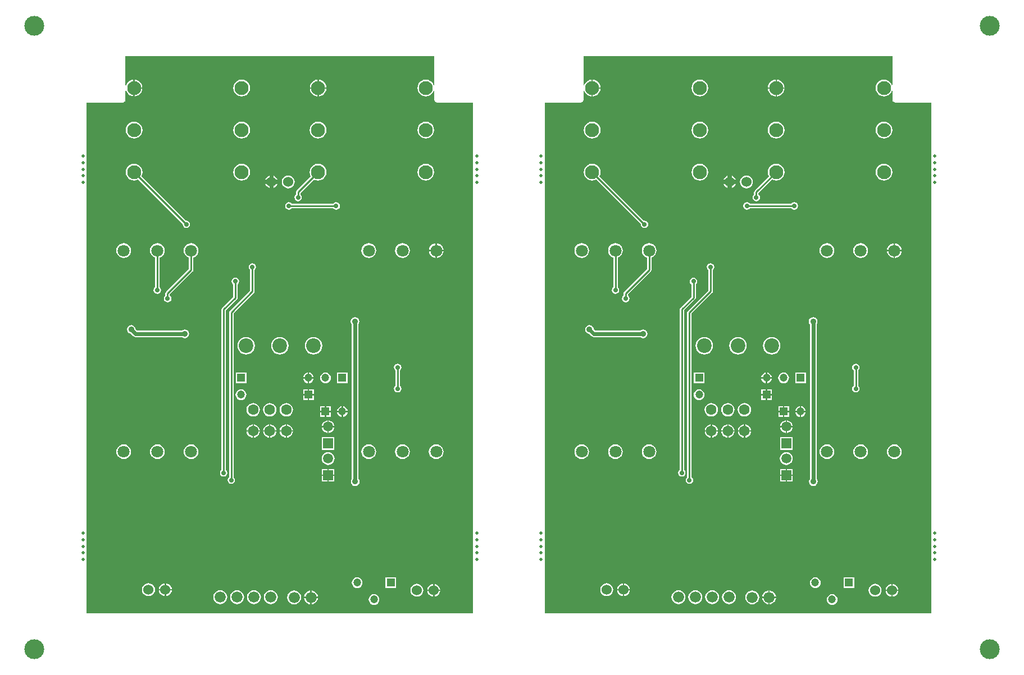
<source format=gbl>
G04*
G04 #@! TF.GenerationSoftware,Altium Limited,Altium Designer,19.1.6 (110)*
G04*
G04 Layer_Physical_Order=2*
G04 Layer_Color=16711680*
%FSLAX25Y25*%
%MOIN*%
G70*
G01*
G75*
%ADD10C,0.11811*%
%ADD31C,0.02400*%
%ADD32C,0.01000*%
%ADD33C,0.01968*%
%ADD34C,0.06000*%
%ADD35C,0.06299*%
%ADD36R,0.04724X0.04724*%
%ADD37C,0.04724*%
%ADD38C,0.07087*%
%ADD39C,0.08661*%
%ADD40C,0.06600*%
%ADD41R,0.04724X0.04724*%
%ADD42R,0.05906X0.05906*%
%ADD43C,0.05906*%
%ADD44C,0.08268*%
%ADD45C,0.02756*%
%ADD46C,0.03500*%
G36*
X521095Y346925D02*
X520595Y346826D01*
X520280Y347584D01*
X519489Y348615D01*
X518459Y349406D01*
X517259Y349903D01*
X515971Y350073D01*
X514682Y349903D01*
X513482Y349406D01*
X512452Y348615D01*
X511661Y347584D01*
X511164Y346384D01*
X510994Y345096D01*
X511164Y343808D01*
X511661Y342608D01*
X512452Y341577D01*
X513482Y340786D01*
X514682Y340289D01*
X515971Y340120D01*
X517259Y340289D01*
X518459Y340786D01*
X519489Y341577D01*
X520280Y342608D01*
X520595Y343367D01*
X521095Y343267D01*
Y337996D01*
X521211Y337411D01*
X521543Y336915D01*
X522039Y336583D01*
X522624Y336467D01*
X544130D01*
Y32962D01*
X314688D01*
Y336467D01*
X336159D01*
X336744Y336583D01*
X337240Y336915D01*
X337572Y337411D01*
X337688Y337996D01*
Y343348D01*
X338188Y343447D01*
X338536Y342608D01*
X339327Y341577D01*
X340358Y340786D01*
X341558Y340289D01*
X342446Y340172D01*
Y345096D01*
Y350020D01*
X341558Y349903D01*
X340358Y349406D01*
X339327Y348615D01*
X338536Y347584D01*
X338188Y346745D01*
X337688Y346844D01*
Y363967D01*
X521095D01*
Y346925D01*
D02*
G37*
G36*
X249225D02*
X248725Y346826D01*
X248410Y347584D01*
X247619Y348615D01*
X246589Y349406D01*
X245389Y349903D01*
X244100Y350073D01*
X242812Y349903D01*
X241612Y349406D01*
X240581Y348615D01*
X239791Y347584D01*
X239293Y346384D01*
X239124Y345096D01*
X239293Y343808D01*
X239791Y342608D01*
X240581Y341577D01*
X241612Y340786D01*
X242812Y340289D01*
X244100Y340120D01*
X245389Y340289D01*
X246589Y340786D01*
X247619Y341577D01*
X248410Y342608D01*
X248725Y343367D01*
X249225Y343267D01*
Y337996D01*
X249341Y337411D01*
X249673Y336915D01*
X250169Y336583D01*
X250754Y336467D01*
X272260D01*
Y32962D01*
X42818D01*
Y336467D01*
X64289D01*
X64874Y336583D01*
X65370Y336915D01*
X65702Y337411D01*
X65818Y337996D01*
Y343348D01*
X66318Y343447D01*
X66666Y342608D01*
X67457Y341577D01*
X68488Y340786D01*
X69688Y340289D01*
X70576Y340172D01*
Y345096D01*
Y350020D01*
X69688Y349903D01*
X68488Y349406D01*
X67457Y348615D01*
X66666Y347584D01*
X66318Y346745D01*
X65818Y346844D01*
Y363967D01*
X249225D01*
Y346925D01*
D02*
G37*
%LPC*%
G36*
X452472Y350020D02*
Y345496D01*
X456996D01*
X456880Y346384D01*
X456382Y347584D01*
X455591Y348615D01*
X454561Y349406D01*
X453361Y349903D01*
X452472Y350020D01*
D02*
G37*
G36*
X343246D02*
Y345496D01*
X347770D01*
X347653Y346384D01*
X347156Y347584D01*
X346365Y348615D01*
X345334Y349406D01*
X344134Y349903D01*
X343246Y350020D01*
D02*
G37*
G36*
X451673D02*
X450784Y349903D01*
X449584Y349406D01*
X448554Y348615D01*
X447763Y347584D01*
X447265Y346384D01*
X447149Y345496D01*
X451673D01*
Y350020D01*
D02*
G37*
G36*
X456996Y344696D02*
X452472D01*
Y340172D01*
X453361Y340289D01*
X454561Y340786D01*
X455591Y341577D01*
X456382Y342608D01*
X456880Y343808D01*
X456996Y344696D01*
D02*
G37*
G36*
X347770D02*
X343246D01*
Y340172D01*
X344134Y340289D01*
X345334Y340786D01*
X346365Y341577D01*
X347156Y342608D01*
X347653Y343808D01*
X347770Y344696D01*
D02*
G37*
G36*
X451673D02*
X447149D01*
X447265Y343808D01*
X447763Y342608D01*
X448554Y341577D01*
X449584Y340786D01*
X450784Y340289D01*
X451673Y340172D01*
Y344696D01*
D02*
G37*
G36*
X406744Y350073D02*
X405456Y349903D01*
X404256Y349406D01*
X403225Y348615D01*
X402434Y347584D01*
X401937Y346384D01*
X401767Y345096D01*
X401937Y343808D01*
X402434Y342608D01*
X403225Y341577D01*
X404256Y340786D01*
X405456Y340289D01*
X406744Y340120D01*
X408032Y340289D01*
X409232Y340786D01*
X410263Y341577D01*
X411054Y342608D01*
X411551Y343808D01*
X411721Y345096D01*
X411551Y346384D01*
X411054Y347584D01*
X410263Y348615D01*
X409232Y349406D01*
X408032Y349903D01*
X406744Y350073D01*
D02*
G37*
G36*
X515971Y325073D02*
X514682Y324903D01*
X513482Y324406D01*
X512452Y323615D01*
X511661Y322584D01*
X511164Y321384D01*
X510994Y320096D01*
X511164Y318808D01*
X511661Y317608D01*
X512452Y316577D01*
X513482Y315786D01*
X514682Y315289D01*
X515971Y315120D01*
X517259Y315289D01*
X518459Y315786D01*
X519489Y316577D01*
X520280Y317608D01*
X520778Y318808D01*
X520947Y320096D01*
X520778Y321384D01*
X520280Y322584D01*
X519489Y323615D01*
X518459Y324406D01*
X517259Y324903D01*
X515971Y325073D01*
D02*
G37*
G36*
X452072D02*
X450784Y324903D01*
X449584Y324406D01*
X448554Y323615D01*
X447763Y322584D01*
X447265Y321384D01*
X447096Y320096D01*
X447265Y318808D01*
X447763Y317608D01*
X448554Y316577D01*
X449584Y315786D01*
X450784Y315289D01*
X452072Y315120D01*
X453361Y315289D01*
X454561Y315786D01*
X455591Y316577D01*
X456382Y317608D01*
X456880Y318808D01*
X457049Y320096D01*
X456880Y321384D01*
X456382Y322584D01*
X455591Y323615D01*
X454561Y324406D01*
X453361Y324903D01*
X452072Y325073D01*
D02*
G37*
G36*
X406744D02*
X405456Y324903D01*
X404256Y324406D01*
X403225Y323615D01*
X402434Y322584D01*
X401937Y321384D01*
X401767Y320096D01*
X401937Y318808D01*
X402434Y317608D01*
X403225Y316577D01*
X404256Y315786D01*
X405456Y315289D01*
X406744Y315120D01*
X408032Y315289D01*
X409232Y315786D01*
X410263Y316577D01*
X411054Y317608D01*
X411551Y318808D01*
X411721Y320096D01*
X411551Y321384D01*
X411054Y322584D01*
X410263Y323615D01*
X409232Y324406D01*
X408032Y324903D01*
X406744Y325073D01*
D02*
G37*
G36*
X342846D02*
X341558Y324903D01*
X340358Y324406D01*
X339327Y323615D01*
X338536Y322584D01*
X338039Y321384D01*
X337870Y320096D01*
X338039Y318808D01*
X338536Y317608D01*
X339327Y316577D01*
X340358Y315786D01*
X341558Y315289D01*
X342846Y315120D01*
X344134Y315289D01*
X345334Y315786D01*
X346365Y316577D01*
X347156Y317608D01*
X347653Y318808D01*
X347823Y320096D01*
X347653Y321384D01*
X347156Y322584D01*
X346365Y323615D01*
X345334Y324406D01*
X344134Y324903D01*
X342846Y325073D01*
D02*
G37*
G36*
X425619Y292967D02*
Y290550D01*
X428035D01*
X427738Y291267D01*
X427129Y292061D01*
X426335Y292670D01*
X425619Y292967D01*
D02*
G37*
G36*
X423219Y292967D02*
X422503Y292670D01*
X421709Y292061D01*
X421100Y291267D01*
X420803Y290550D01*
X423219D01*
Y292967D01*
D02*
G37*
G36*
X515971Y300073D02*
X514682Y299903D01*
X513482Y299406D01*
X512452Y298615D01*
X511661Y297584D01*
X511164Y296384D01*
X510994Y295096D01*
X511164Y293808D01*
X511661Y292608D01*
X512452Y291577D01*
X513482Y290786D01*
X514682Y290289D01*
X515971Y290120D01*
X517259Y290289D01*
X518459Y290786D01*
X519489Y291577D01*
X520280Y292608D01*
X520778Y293808D01*
X520947Y295096D01*
X520778Y296384D01*
X520280Y297584D01*
X519489Y298615D01*
X518459Y299406D01*
X517259Y299903D01*
X515971Y300073D01*
D02*
G37*
G36*
X452072D02*
X450784Y299903D01*
X449584Y299406D01*
X448554Y298615D01*
X447763Y297584D01*
X447265Y296384D01*
X447096Y295096D01*
X447265Y293808D01*
X447747Y292645D01*
X439289Y284187D01*
X439001Y283757D01*
X438901Y283249D01*
Y281802D01*
X438656Y281639D01*
X438174Y280918D01*
X438005Y280068D01*
X438174Y279219D01*
X438656Y278498D01*
X439376Y278017D01*
X440226Y277848D01*
X441076Y278017D01*
X441796Y278498D01*
X442278Y279219D01*
X442447Y280068D01*
X442278Y280918D01*
X441796Y281639D01*
X441551Y281802D01*
Y282700D01*
X449622Y290771D01*
X450784Y290289D01*
X452072Y290120D01*
X453361Y290289D01*
X454561Y290786D01*
X455591Y291577D01*
X456382Y292608D01*
X456880Y293808D01*
X457049Y295096D01*
X456880Y296384D01*
X456382Y297584D01*
X455591Y298615D01*
X454561Y299406D01*
X453361Y299903D01*
X452072Y300073D01*
D02*
G37*
G36*
X406744D02*
X405456Y299903D01*
X404256Y299406D01*
X403225Y298615D01*
X402434Y297584D01*
X401937Y296384D01*
X401767Y295096D01*
X401937Y293808D01*
X402434Y292608D01*
X403225Y291577D01*
X404256Y290786D01*
X405456Y290289D01*
X406744Y290120D01*
X408032Y290289D01*
X409232Y290786D01*
X410263Y291577D01*
X411054Y292608D01*
X411551Y293808D01*
X411721Y295096D01*
X411551Y296384D01*
X411054Y297584D01*
X410263Y298615D01*
X409232Y299406D01*
X408032Y299903D01*
X406744Y300073D01*
D02*
G37*
G36*
X423219Y288150D02*
X420803D01*
X421100Y287434D01*
X421709Y286640D01*
X422503Y286031D01*
X423219Y285734D01*
Y288150D01*
D02*
G37*
G36*
X428035D02*
X425619D01*
Y285734D01*
X426335Y286031D01*
X427129Y286640D01*
X427738Y287434D01*
X428035Y288150D01*
D02*
G37*
G36*
X434419Y293183D02*
X433427Y293053D01*
X432503Y292670D01*
X431709Y292061D01*
X431100Y291267D01*
X430717Y290342D01*
X430586Y289350D01*
X430717Y288358D01*
X431100Y287434D01*
X431709Y286640D01*
X432503Y286031D01*
X433427Y285648D01*
X434419Y285518D01*
X435411Y285648D01*
X436335Y286031D01*
X437129Y286640D01*
X437738Y287434D01*
X438121Y288358D01*
X438252Y289350D01*
X438121Y290342D01*
X437738Y291267D01*
X437129Y292061D01*
X436335Y292670D01*
X435411Y293053D01*
X434419Y293183D01*
D02*
G37*
G36*
X462765Y277256D02*
X461915Y277087D01*
X461195Y276606D01*
X461032Y276361D01*
X436448D01*
X436284Y276606D01*
X435564Y277087D01*
X434714Y277256D01*
X433864Y277087D01*
X433144Y276606D01*
X432663Y275885D01*
X432494Y275035D01*
X432663Y274186D01*
X433144Y273465D01*
X433864Y272984D01*
X434714Y272815D01*
X435564Y272984D01*
X436284Y273465D01*
X436448Y273710D01*
X461032D01*
X461195Y273465D01*
X461915Y272984D01*
X462765Y272815D01*
X463615Y272984D01*
X464336Y273465D01*
X464817Y274186D01*
X464986Y275035D01*
X464817Y275885D01*
X464336Y276606D01*
X463615Y277087D01*
X462765Y277256D01*
D02*
G37*
G36*
X342846Y300073D02*
X341558Y299903D01*
X340358Y299406D01*
X339327Y298615D01*
X338536Y297584D01*
X338039Y296384D01*
X337870Y295096D01*
X338039Y293808D01*
X338536Y292608D01*
X339327Y291577D01*
X340358Y290786D01*
X341558Y290289D01*
X342846Y290120D01*
X344134Y290289D01*
X345297Y290771D01*
X371716Y264352D01*
X371667Y264104D01*
X371836Y263254D01*
X372317Y262534D01*
X373038Y262052D01*
X373887Y261883D01*
X374737Y262052D01*
X375458Y262534D01*
X375939Y263254D01*
X376108Y264104D01*
X375939Y264954D01*
X375458Y265674D01*
X374737Y266156D01*
X373887Y266325D01*
X373558Y266259D01*
X347171Y292645D01*
X347653Y293808D01*
X347823Y295096D01*
X347653Y296384D01*
X347156Y297584D01*
X346365Y298615D01*
X345334Y299406D01*
X344134Y299903D01*
X342846Y300073D01*
D02*
G37*
G36*
X522559Y252824D02*
Y248896D01*
X526487D01*
X526391Y249630D01*
X525953Y250687D01*
X525257Y251594D01*
X524349Y252290D01*
X523293Y252728D01*
X522559Y252824D01*
D02*
G37*
G36*
X521759D02*
X521025Y252728D01*
X519969Y252290D01*
X519061Y251594D01*
X518365Y250687D01*
X517927Y249630D01*
X517831Y248896D01*
X521759D01*
Y252824D01*
D02*
G37*
G36*
X526487Y248096D02*
X522559D01*
Y244168D01*
X523293Y244264D01*
X524349Y244702D01*
X525257Y245398D01*
X525953Y246306D01*
X526391Y247362D01*
X526487Y248096D01*
D02*
G37*
G36*
X521759D02*
X517831D01*
X517927Y247362D01*
X518365Y246306D01*
X519061Y245398D01*
X519969Y244702D01*
X521025Y244264D01*
X521759Y244168D01*
Y248096D01*
D02*
G37*
G36*
X336684Y252903D02*
X335551Y252753D01*
X334494Y252316D01*
X333587Y251619D01*
X332891Y250712D01*
X332453Y249656D01*
X332304Y248522D01*
X332453Y247388D01*
X332891Y246331D01*
X333587Y245424D01*
X334494Y244728D01*
X335551Y244290D01*
X336684Y244141D01*
X337818Y244290D01*
X338875Y244728D01*
X339782Y245424D01*
X340479Y246331D01*
X340916Y247388D01*
X341066Y248522D01*
X340916Y249656D01*
X340479Y250712D01*
X339782Y251619D01*
X338875Y252316D01*
X337818Y252753D01*
X336684Y252903D01*
D02*
G37*
G36*
X502159Y252877D02*
X501025Y252728D01*
X499969Y252290D01*
X499061Y251594D01*
X498365Y250687D01*
X497927Y249630D01*
X497778Y248496D01*
X497927Y247362D01*
X498365Y246306D01*
X499061Y245398D01*
X499969Y244702D01*
X501025Y244264D01*
X502159Y244115D01*
X503293Y244264D01*
X504350Y244702D01*
X505257Y245398D01*
X505953Y246306D01*
X506391Y247362D01*
X506540Y248496D01*
X506391Y249630D01*
X505953Y250687D01*
X505257Y251594D01*
X504350Y252290D01*
X503293Y252728D01*
X502159Y252877D01*
D02*
G37*
G36*
X482159D02*
X481025Y252728D01*
X479969Y252290D01*
X479061Y251594D01*
X478365Y250687D01*
X477927Y249630D01*
X477778Y248496D01*
X477927Y247362D01*
X478365Y246306D01*
X479061Y245398D01*
X479969Y244702D01*
X481025Y244264D01*
X482159Y244115D01*
X483293Y244264D01*
X484349Y244702D01*
X485257Y245398D01*
X485953Y246306D01*
X486391Y247362D01*
X486540Y248496D01*
X486391Y249630D01*
X485953Y250687D01*
X485257Y251594D01*
X484349Y252290D01*
X483293Y252728D01*
X482159Y252877D01*
D02*
G37*
G36*
X356684Y252903D02*
X355551Y252753D01*
X354494Y252316D01*
X353587Y251619D01*
X352890Y250712D01*
X352453Y249656D01*
X352304Y248522D01*
X352453Y247388D01*
X352890Y246331D01*
X353587Y245424D01*
X354494Y244728D01*
X355338Y244378D01*
Y226710D01*
X355093Y226547D01*
X354611Y225826D01*
X354442Y224976D01*
X354611Y224127D01*
X355093Y223406D01*
X355813Y222925D01*
X356663Y222756D01*
X357513Y222925D01*
X358233Y223406D01*
X358715Y224127D01*
X358884Y224976D01*
X358715Y225826D01*
X358233Y226547D01*
X357988Y226710D01*
Y244360D01*
X358875Y244728D01*
X359782Y245424D01*
X360479Y246331D01*
X360916Y247388D01*
X361066Y248522D01*
X360916Y249656D01*
X360479Y250712D01*
X359782Y251619D01*
X358875Y252316D01*
X357818Y252753D01*
X356684Y252903D01*
D02*
G37*
G36*
X376684D02*
X375551Y252753D01*
X374494Y252316D01*
X373587Y251619D01*
X372890Y250712D01*
X372453Y249656D01*
X372304Y248522D01*
X372453Y247388D01*
X372890Y246331D01*
X373587Y245424D01*
X374494Y244728D01*
X375359Y244369D01*
Y237579D01*
X361828Y224047D01*
X361541Y223618D01*
X361440Y223110D01*
Y221710D01*
X361195Y221547D01*
X360714Y220826D01*
X360545Y219976D01*
X360714Y219127D01*
X361195Y218406D01*
X361915Y217925D01*
X362765Y217756D01*
X363615Y217925D01*
X364335Y218406D01*
X364817Y219127D01*
X364986Y219976D01*
X364817Y220826D01*
X364335Y221547D01*
X364091Y221710D01*
Y222561D01*
X377622Y236092D01*
X377909Y236522D01*
X378010Y237030D01*
Y244369D01*
X378875Y244728D01*
X379782Y245424D01*
X380479Y246331D01*
X380916Y247388D01*
X381066Y248522D01*
X380916Y249656D01*
X380479Y250712D01*
X379782Y251619D01*
X378875Y252316D01*
X377818Y252753D01*
X376684Y252903D01*
D02*
G37*
G36*
X341210Y204254D02*
X340215Y204056D01*
X339372Y203492D01*
X338808Y202648D01*
X338610Y201654D01*
X338808Y200659D01*
X339372Y199815D01*
X340215Y199251D01*
X340856Y199124D01*
X342327Y197653D01*
X342989Y197211D01*
X343769Y197055D01*
X371464D01*
X372007Y196693D01*
X373002Y196495D01*
X373997Y196693D01*
X374840Y197256D01*
X375404Y198100D01*
X375602Y199095D01*
X375404Y200090D01*
X374840Y200933D01*
X373997Y201497D01*
X373002Y201694D01*
X372007Y201497D01*
X371464Y201134D01*
X344614D01*
X343740Y202008D01*
X343612Y202648D01*
X343049Y203492D01*
X342205Y204056D01*
X341210Y204254D01*
D02*
G37*
G36*
X449359Y197171D02*
X448020Y196995D01*
X446772Y196478D01*
X445700Y195655D01*
X444877Y194584D01*
X444360Y193335D01*
X444184Y191996D01*
X444360Y190657D01*
X444877Y189409D01*
X445700Y188337D01*
X446772Y187514D01*
X448020Y186997D01*
X449359Y186821D01*
X450698Y186997D01*
X451946Y187514D01*
X453018Y188337D01*
X453841Y189409D01*
X454358Y190657D01*
X454534Y191996D01*
X454358Y193335D01*
X453841Y194584D01*
X453018Y195655D01*
X451946Y196478D01*
X450698Y196995D01*
X449359Y197171D01*
D02*
G37*
G36*
X429359D02*
X428020Y196995D01*
X426772Y196478D01*
X425700Y195655D01*
X424877Y194584D01*
X424360Y193335D01*
X424184Y191996D01*
X424360Y190657D01*
X424877Y189409D01*
X425700Y188337D01*
X426772Y187514D01*
X428020Y186997D01*
X429359Y186821D01*
X430698Y186997D01*
X431947Y187514D01*
X433018Y188337D01*
X433841Y189409D01*
X434358Y190657D01*
X434534Y191996D01*
X434358Y193335D01*
X433841Y194584D01*
X433018Y195655D01*
X431947Y196478D01*
X430698Y196995D01*
X429359Y197171D01*
D02*
G37*
G36*
X409359D02*
X408020Y196995D01*
X406772Y196478D01*
X405700Y195655D01*
X404877Y194584D01*
X404360Y193335D01*
X404184Y191996D01*
X404360Y190657D01*
X404877Y189409D01*
X405700Y188337D01*
X406772Y187514D01*
X408020Y186997D01*
X409359Y186821D01*
X410698Y186997D01*
X411946Y187514D01*
X413018Y188337D01*
X413841Y189409D01*
X414358Y190657D01*
X414534Y191996D01*
X414358Y193335D01*
X413841Y194584D01*
X413018Y195655D01*
X411946Y196478D01*
X410698Y196995D01*
X409359Y197171D01*
D02*
G37*
G36*
X446724Y176026D02*
Y173290D01*
X449461D01*
X449405Y173715D01*
X449086Y174484D01*
X448580Y175145D01*
X447919Y175652D01*
X447150Y175970D01*
X446724Y176026D01*
D02*
G37*
G36*
X445924D02*
X445499Y175970D01*
X444730Y175652D01*
X444069Y175145D01*
X443562Y174484D01*
X443244Y173715D01*
X443188Y173290D01*
X445924D01*
Y176026D01*
D02*
G37*
G36*
X449461Y172490D02*
X446724D01*
Y169753D01*
X447150Y169809D01*
X447919Y170128D01*
X448580Y170635D01*
X449086Y171295D01*
X449405Y172064D01*
X449461Y172490D01*
D02*
G37*
G36*
X445924D02*
X443188D01*
X443244Y172064D01*
X443562Y171295D01*
X444069Y170635D01*
X444730Y170128D01*
X445499Y169809D01*
X445924Y169753D01*
Y172490D01*
D02*
G37*
G36*
X469604Y176052D02*
X463280D01*
Y169728D01*
X469604D01*
Y176052D01*
D02*
G37*
G36*
X409486D02*
X403162D01*
Y169728D01*
X409486D01*
Y176052D01*
D02*
G37*
G36*
X456442Y176079D02*
X455617Y175970D01*
X454848Y175652D01*
X454187Y175145D01*
X453681Y174484D01*
X453362Y173715D01*
X453253Y172890D01*
X453362Y172064D01*
X453681Y171295D01*
X454187Y170635D01*
X454848Y170128D01*
X455617Y169809D01*
X456442Y169701D01*
X457268Y169809D01*
X458037Y170128D01*
X458698Y170635D01*
X459204Y171295D01*
X459523Y172064D01*
X459632Y172890D01*
X459523Y173715D01*
X459204Y174484D01*
X458698Y175145D01*
X458037Y175652D01*
X457268Y175970D01*
X456442Y176079D01*
D02*
G37*
G36*
X499281Y181335D02*
X498431Y181166D01*
X497711Y180684D01*
X497229Y179964D01*
X497060Y179114D01*
X497229Y178264D01*
X497711Y177544D01*
X497956Y177381D01*
Y168151D01*
X497711Y167988D01*
X497229Y167267D01*
X497060Y166417D01*
X497229Y165568D01*
X497711Y164847D01*
X498431Y164366D01*
X499281Y164197D01*
X500131Y164366D01*
X500851Y164847D01*
X501333Y165568D01*
X501502Y166417D01*
X501333Y167267D01*
X500851Y167988D01*
X500607Y168151D01*
Y177381D01*
X500851Y177544D01*
X501333Y178264D01*
X501502Y179114D01*
X501333Y179964D01*
X500851Y180684D01*
X500131Y181166D01*
X499281Y181335D01*
D02*
G37*
G36*
X449486Y166052D02*
X446724D01*
Y163290D01*
X449486D01*
Y166052D01*
D02*
G37*
G36*
X445924D02*
X443162D01*
Y163290D01*
X445924D01*
Y166052D01*
D02*
G37*
G36*
X449486Y162490D02*
X446724D01*
Y159728D01*
X449486D01*
Y162490D01*
D02*
G37*
G36*
X445924D02*
X443162D01*
Y159728D01*
X445924D01*
Y162490D01*
D02*
G37*
G36*
X406324Y166079D02*
X405499Y165970D01*
X404730Y165652D01*
X404069Y165145D01*
X403562Y164484D01*
X403244Y163715D01*
X403135Y162890D01*
X403244Y162064D01*
X403562Y161295D01*
X404069Y160635D01*
X404730Y160128D01*
X405499Y159809D01*
X406324Y159701D01*
X407150Y159809D01*
X407919Y160128D01*
X408580Y160635D01*
X409086Y161295D01*
X409405Y162064D01*
X409514Y162890D01*
X409405Y163715D01*
X409086Y164484D01*
X408580Y165145D01*
X407919Y165652D01*
X407150Y165970D01*
X406324Y166079D01*
D02*
G37*
G36*
X466843Y156026D02*
Y153290D01*
X469579D01*
X469523Y153715D01*
X469205Y154484D01*
X468698Y155145D01*
X468037Y155652D01*
X467268Y155970D01*
X466843Y156026D01*
D02*
G37*
G36*
X466043D02*
X465617Y155970D01*
X464848Y155652D01*
X464187Y155145D01*
X463681Y154484D01*
X463362Y153715D01*
X463306Y153290D01*
X466043D01*
Y156026D01*
D02*
G37*
G36*
X459605Y156052D02*
X456843D01*
Y153290D01*
X459605D01*
Y156052D01*
D02*
G37*
G36*
X456042D02*
X453280D01*
Y153290D01*
X456042D01*
Y156052D01*
D02*
G37*
G36*
X433238Y157901D02*
X432207Y157765D01*
X431246Y157367D01*
X430421Y156734D01*
X429788Y155909D01*
X429390Y154948D01*
X429254Y153917D01*
X429390Y152886D01*
X429788Y151926D01*
X430421Y151101D01*
X431246Y150468D01*
X432207Y150069D01*
X433238Y149934D01*
X434269Y150069D01*
X435230Y150468D01*
X436055Y151101D01*
X436688Y151926D01*
X437086Y152886D01*
X437221Y153917D01*
X437086Y154948D01*
X436688Y155909D01*
X436055Y156734D01*
X435230Y157367D01*
X434269Y157765D01*
X433238Y157901D01*
D02*
G37*
G36*
X423395D02*
X422364Y157765D01*
X421404Y157367D01*
X420578Y156734D01*
X419945Y155909D01*
X419547Y154948D01*
X419412Y153917D01*
X419547Y152886D01*
X419945Y151926D01*
X420578Y151101D01*
X421404Y150468D01*
X422364Y150069D01*
X423395Y149934D01*
X424426Y150069D01*
X425387Y150468D01*
X426212Y151101D01*
X426845Y151926D01*
X427243Y152886D01*
X427379Y153917D01*
X427243Y154948D01*
X426845Y155909D01*
X426212Y156734D01*
X425387Y157367D01*
X424426Y157765D01*
X423395Y157901D01*
D02*
G37*
G36*
X413553D02*
X412522Y157765D01*
X411561Y157367D01*
X410736Y156734D01*
X410103Y155909D01*
X409705Y154948D01*
X409569Y153917D01*
X409705Y152886D01*
X410103Y151926D01*
X410736Y151101D01*
X411561Y150468D01*
X412522Y150069D01*
X413553Y149934D01*
X414584Y150069D01*
X415545Y150468D01*
X416370Y151101D01*
X417003Y151926D01*
X417401Y152886D01*
X417536Y153917D01*
X417401Y154948D01*
X417003Y155909D01*
X416370Y156734D01*
X415545Y157367D01*
X414584Y157765D01*
X413553Y157901D01*
D02*
G37*
G36*
X469579Y152490D02*
X466843D01*
Y149753D01*
X467268Y149809D01*
X468037Y150128D01*
X468698Y150635D01*
X469205Y151295D01*
X469523Y152064D01*
X469579Y152490D01*
D02*
G37*
G36*
X466043D02*
X463306D01*
X463362Y152064D01*
X463681Y151295D01*
X464187Y150635D01*
X464848Y150128D01*
X465617Y149809D01*
X466043Y149753D01*
Y152490D01*
D02*
G37*
G36*
X459605Y152490D02*
X456843D01*
Y149728D01*
X459605D01*
Y152490D01*
D02*
G37*
G36*
X456042D02*
X453280D01*
Y149728D01*
X456042D01*
Y152490D01*
D02*
G37*
G36*
X458441Y147591D02*
Y144258D01*
X461774D01*
X461697Y144838D01*
X461319Y145751D01*
X460718Y146535D01*
X459934Y147136D01*
X459021Y147515D01*
X458441Y147591D01*
D02*
G37*
G36*
X457641D02*
X457061Y147515D01*
X456148Y147136D01*
X455364Y146535D01*
X454763Y145751D01*
X454385Y144838D01*
X454308Y144258D01*
X457641D01*
Y147591D01*
D02*
G37*
G36*
X433638Y145250D02*
Y141719D01*
X437169D01*
X437086Y142350D01*
X436688Y143311D01*
X436055Y144136D01*
X435230Y144769D01*
X434269Y145167D01*
X433638Y145250D01*
D02*
G37*
G36*
X432838D02*
X432207Y145167D01*
X431246Y144769D01*
X430421Y144136D01*
X429788Y143311D01*
X429390Y142350D01*
X429307Y141719D01*
X432838D01*
Y145250D01*
D02*
G37*
G36*
X423795D02*
Y141719D01*
X427326D01*
X427243Y142350D01*
X426845Y143311D01*
X426212Y144136D01*
X425387Y144769D01*
X424426Y145167D01*
X423795Y145250D01*
D02*
G37*
G36*
X422995D02*
X422364Y145167D01*
X421404Y144769D01*
X420578Y144136D01*
X419945Y143311D01*
X419547Y142350D01*
X419464Y141719D01*
X422995D01*
Y145250D01*
D02*
G37*
G36*
X413953D02*
Y141719D01*
X417484D01*
X417401Y142350D01*
X417003Y143311D01*
X416370Y144136D01*
X415545Y144769D01*
X414584Y145167D01*
X413953Y145250D01*
D02*
G37*
G36*
X413153D02*
X412522Y145167D01*
X411561Y144769D01*
X410736Y144136D01*
X410103Y143311D01*
X409705Y142350D01*
X409622Y141719D01*
X413153D01*
Y145250D01*
D02*
G37*
G36*
X461774Y143458D02*
X458441D01*
Y140126D01*
X459021Y140202D01*
X459934Y140580D01*
X460718Y141182D01*
X461319Y141966D01*
X461697Y142879D01*
X461774Y143458D01*
D02*
G37*
G36*
X457641D02*
X454308D01*
X454385Y142879D01*
X454763Y141966D01*
X455364Y141182D01*
X456148Y140580D01*
X457061Y140202D01*
X457641Y140126D01*
Y143458D01*
D02*
G37*
G36*
X437169Y140919D02*
X433638D01*
Y137388D01*
X434269Y137471D01*
X435230Y137869D01*
X436055Y138502D01*
X436688Y139327D01*
X437086Y140288D01*
X437169Y140919D01*
D02*
G37*
G36*
X432838D02*
X429307D01*
X429390Y140288D01*
X429788Y139327D01*
X430421Y138502D01*
X431246Y137869D01*
X432207Y137471D01*
X432838Y137388D01*
Y140919D01*
D02*
G37*
G36*
X427326D02*
X423795D01*
Y137388D01*
X424426Y137471D01*
X425387Y137869D01*
X426212Y138502D01*
X426845Y139327D01*
X427243Y140288D01*
X427326Y140919D01*
D02*
G37*
G36*
X422995D02*
X419464D01*
X419547Y140288D01*
X419945Y139327D01*
X420578Y138502D01*
X421404Y137869D01*
X422364Y137471D01*
X422995Y137388D01*
Y140919D01*
D02*
G37*
G36*
X417484D02*
X413953D01*
Y137388D01*
X414584Y137471D01*
X415545Y137869D01*
X416370Y138502D01*
X417003Y139327D01*
X417401Y140288D01*
X417484Y140919D01*
D02*
G37*
G36*
X413153D02*
X409622D01*
X409705Y140288D01*
X410103Y139327D01*
X410736Y138502D01*
X411561Y137869D01*
X412522Y137471D01*
X413153Y137388D01*
Y140919D01*
D02*
G37*
G36*
X461794Y137611D02*
X454288D01*
Y130105D01*
X461794D01*
Y137611D01*
D02*
G37*
G36*
X522159Y133377D02*
X521025Y133228D01*
X519969Y132790D01*
X519061Y132094D01*
X518365Y131187D01*
X517927Y130130D01*
X517778Y128996D01*
X517927Y127862D01*
X518365Y126806D01*
X519061Y125898D01*
X519969Y125202D01*
X521025Y124764D01*
X522159Y124615D01*
X523293Y124764D01*
X524349Y125202D01*
X525257Y125898D01*
X525953Y126806D01*
X526391Y127862D01*
X526540Y128996D01*
X526391Y130130D01*
X525953Y131187D01*
X525257Y132094D01*
X524349Y132790D01*
X523293Y133228D01*
X522159Y133377D01*
D02*
G37*
G36*
X502159D02*
X501025Y133228D01*
X499969Y132790D01*
X499061Y132094D01*
X498365Y131187D01*
X497927Y130130D01*
X497778Y128996D01*
X497927Y127862D01*
X498365Y126806D01*
X499061Y125898D01*
X499969Y125202D01*
X501025Y124764D01*
X502159Y124615D01*
X503293Y124764D01*
X504350Y125202D01*
X505257Y125898D01*
X505953Y126806D01*
X506391Y127862D01*
X506540Y128996D01*
X506391Y130130D01*
X505953Y131187D01*
X505257Y132094D01*
X504350Y132790D01*
X503293Y133228D01*
X502159Y133377D01*
D02*
G37*
G36*
X482159D02*
X481025Y133228D01*
X479969Y132790D01*
X479061Y132094D01*
X478365Y131187D01*
X477927Y130130D01*
X477778Y128996D01*
X477927Y127862D01*
X478365Y126806D01*
X479061Y125898D01*
X479969Y125202D01*
X481025Y124764D01*
X482159Y124615D01*
X483293Y124764D01*
X484349Y125202D01*
X485257Y125898D01*
X485953Y126806D01*
X486391Y127862D01*
X486540Y128996D01*
X486391Y130130D01*
X485953Y131187D01*
X485257Y132094D01*
X484349Y132790D01*
X483293Y133228D01*
X482159Y133377D01*
D02*
G37*
G36*
X376684D02*
X375551Y133228D01*
X374494Y132790D01*
X373587Y132094D01*
X372890Y131187D01*
X372453Y130130D01*
X372304Y128996D01*
X372453Y127862D01*
X372890Y126806D01*
X373587Y125898D01*
X374494Y125202D01*
X375551Y124764D01*
X376684Y124615D01*
X377818Y124764D01*
X378875Y125202D01*
X379782Y125898D01*
X380479Y126806D01*
X380916Y127862D01*
X381066Y128996D01*
X380916Y130130D01*
X380479Y131187D01*
X379782Y132094D01*
X378875Y132790D01*
X377818Y133228D01*
X376684Y133377D01*
D02*
G37*
G36*
X356684D02*
X355551Y133228D01*
X354494Y132790D01*
X353587Y132094D01*
X352890Y131187D01*
X352453Y130130D01*
X352304Y128996D01*
X352453Y127862D01*
X352890Y126806D01*
X353587Y125898D01*
X354494Y125202D01*
X355551Y124764D01*
X356684Y124615D01*
X357818Y124764D01*
X358875Y125202D01*
X359782Y125898D01*
X360479Y126806D01*
X360916Y127862D01*
X361066Y128996D01*
X360916Y130130D01*
X360479Y131187D01*
X359782Y132094D01*
X358875Y132790D01*
X357818Y133228D01*
X356684Y133377D01*
D02*
G37*
G36*
X336684D02*
X335551Y133228D01*
X334494Y132790D01*
X333587Y132094D01*
X332891Y131187D01*
X332453Y130130D01*
X332304Y128996D01*
X332453Y127862D01*
X332891Y126806D01*
X333587Y125898D01*
X334494Y125202D01*
X335551Y124764D01*
X336684Y124615D01*
X337818Y124764D01*
X338875Y125202D01*
X339782Y125898D01*
X340479Y126806D01*
X340916Y127862D01*
X341066Y128996D01*
X340916Y130130D01*
X340479Y131187D01*
X339782Y132094D01*
X338875Y132790D01*
X337818Y133228D01*
X336684Y133377D01*
D02*
G37*
G36*
X458041Y128746D02*
X457061Y128617D01*
X456148Y128239D01*
X455364Y127637D01*
X454763Y126853D01*
X454385Y125940D01*
X454256Y124961D01*
X454385Y123981D01*
X454763Y123068D01*
X455364Y122284D01*
X456148Y121682D01*
X457061Y121304D01*
X458041Y121175D01*
X459021Y121304D01*
X459934Y121682D01*
X460718Y122284D01*
X461319Y123068D01*
X461697Y123981D01*
X461826Y124961D01*
X461697Y125940D01*
X461319Y126853D01*
X460718Y127637D01*
X459934Y128239D01*
X459021Y128617D01*
X458041Y128746D01*
D02*
G37*
G36*
X461794Y118714D02*
X458441D01*
Y115361D01*
X461794D01*
Y118714D01*
D02*
G37*
G36*
X457641D02*
X454288D01*
Y115361D01*
X457641D01*
Y118714D01*
D02*
G37*
G36*
X402966Y232473D02*
X402116Y232304D01*
X401396Y231822D01*
X400914Y231102D01*
X400745Y230252D01*
X400914Y229402D01*
X401396Y228682D01*
X401641Y228518D01*
Y221045D01*
X395096Y214500D01*
X394809Y214070D01*
X394708Y213563D01*
Y118151D01*
X394463Y117988D01*
X393982Y117267D01*
X393812Y116417D01*
X393982Y115568D01*
X394463Y114847D01*
X395183Y114366D01*
X396033Y114197D01*
X396883Y114366D01*
X397603Y114847D01*
X398085Y115568D01*
X398254Y116417D01*
X398085Y117267D01*
X397603Y117988D01*
X397358Y118151D01*
Y213014D01*
X403903Y219559D01*
X404191Y219989D01*
X404292Y220496D01*
Y228518D01*
X404536Y228682D01*
X405018Y229402D01*
X405187Y230252D01*
X405018Y231102D01*
X404536Y231822D01*
X403816Y232304D01*
X402966Y232473D01*
D02*
G37*
G36*
X461794Y114561D02*
X458441D01*
Y111208D01*
X461794D01*
Y114561D01*
D02*
G37*
G36*
X457641D02*
X454288D01*
Y111208D01*
X457641D01*
Y114561D01*
D02*
G37*
G36*
X413058Y240978D02*
X412208Y240809D01*
X411488Y240327D01*
X411006Y239607D01*
X410837Y238757D01*
X411006Y237907D01*
X411488Y237187D01*
X411732Y237023D01*
Y224838D01*
X399623Y212729D01*
X399336Y212299D01*
X399235Y211791D01*
Y113919D01*
X398990Y113755D01*
X398509Y113035D01*
X398340Y112185D01*
X398509Y111335D01*
X398990Y110615D01*
X399711Y110134D01*
X400561Y109965D01*
X401410Y110134D01*
X402131Y110615D01*
X402612Y111335D01*
X402781Y112185D01*
X402612Y113035D01*
X402131Y113755D01*
X401886Y113919D01*
Y211242D01*
X413995Y223351D01*
X414282Y223781D01*
X414383Y224289D01*
Y237023D01*
X414628Y237187D01*
X415109Y237907D01*
X415278Y238757D01*
X415109Y239607D01*
X414628Y240327D01*
X413908Y240809D01*
X413058Y240978D01*
D02*
G37*
G36*
X473986Y208978D02*
X472991Y208780D01*
X472147Y208216D01*
X471584Y207373D01*
X471386Y206378D01*
X471584Y205383D01*
X471947Y204840D01*
Y112592D01*
X471682Y112196D01*
X471484Y111201D01*
X471682Y110206D01*
X472246Y109362D01*
X473089Y108799D01*
X474084Y108601D01*
X475079Y108799D01*
X475923Y109362D01*
X476486Y110206D01*
X476684Y111201D01*
X476486Y112196D01*
X476025Y112886D01*
Y204840D01*
X476388Y205383D01*
X476586Y206378D01*
X476388Y207373D01*
X475824Y208216D01*
X474981Y208780D01*
X473986Y208978D01*
D02*
G37*
G36*
X498411Y54419D02*
X492087D01*
Y48095D01*
X498411D01*
Y54419D01*
D02*
G37*
G36*
X475249Y54446D02*
X474423Y54337D01*
X473654Y54019D01*
X472994Y53512D01*
X472487Y52851D01*
X472168Y52082D01*
X472059Y51257D01*
X472168Y50431D01*
X472487Y49662D01*
X472994Y49002D01*
X473654Y48495D01*
X474423Y48176D01*
X475249Y48067D01*
X476074Y48176D01*
X476843Y48495D01*
X477504Y49002D01*
X478011Y49662D01*
X478329Y50431D01*
X478438Y51257D01*
X478329Y52082D01*
X478011Y52851D01*
X477504Y53512D01*
X476843Y54019D01*
X476074Y54337D01*
X475249Y54446D01*
D02*
G37*
G36*
X361854Y50805D02*
Y47424D01*
X365234D01*
X365157Y48016D01*
X364774Y48941D01*
X364165Y49735D01*
X363371Y50344D01*
X362446Y50727D01*
X361854Y50805D01*
D02*
G37*
G36*
X361054D02*
X360462Y50727D01*
X359538Y50344D01*
X358744Y49735D01*
X358135Y48941D01*
X357752Y48016D01*
X357674Y47424D01*
X361054D01*
Y50805D01*
D02*
G37*
G36*
X521139Y50509D02*
Y47129D01*
X524519D01*
X524441Y47721D01*
X524058Y48645D01*
X523449Y49439D01*
X522655Y50048D01*
X521731Y50431D01*
X521139Y50509D01*
D02*
G37*
G36*
X520339D02*
X519747Y50431D01*
X518822Y50048D01*
X518029Y49439D01*
X517419Y48645D01*
X517037Y47721D01*
X516959Y47129D01*
X520339D01*
Y50509D01*
D02*
G37*
G36*
X365234Y46624D02*
X361854D01*
Y43244D01*
X362446Y43322D01*
X363371Y43705D01*
X364165Y44314D01*
X364774Y45108D01*
X365157Y46032D01*
X365234Y46624D01*
D02*
G37*
G36*
X361054D02*
X357674D01*
X357752Y46032D01*
X358135Y45108D01*
X358744Y44314D01*
X359538Y43705D01*
X360462Y43322D01*
X361054Y43244D01*
Y46624D01*
D02*
G37*
G36*
X351454Y50857D02*
X350462Y50727D01*
X349538Y50344D01*
X348744Y49735D01*
X348135Y48941D01*
X347752Y48016D01*
X347622Y47024D01*
X347752Y46032D01*
X348135Y45108D01*
X348744Y44314D01*
X349538Y43705D01*
X350462Y43322D01*
X351454Y43192D01*
X352446Y43322D01*
X353371Y43705D01*
X354165Y44314D01*
X354774Y45108D01*
X355157Y46032D01*
X355287Y47024D01*
X355157Y48016D01*
X354774Y48941D01*
X354165Y49735D01*
X353371Y50344D01*
X352446Y50727D01*
X351454Y50857D01*
D02*
G37*
G36*
X524519Y46329D02*
X521139D01*
Y42949D01*
X521731Y43027D01*
X522655Y43410D01*
X523449Y44019D01*
X524058Y44813D01*
X524441Y45737D01*
X524519Y46329D01*
D02*
G37*
G36*
X520339D02*
X516959D01*
X517037Y45737D01*
X517419Y44813D01*
X518029Y44019D01*
X518822Y43410D01*
X519747Y43027D01*
X520339Y42949D01*
Y46329D01*
D02*
G37*
G36*
X448252Y46580D02*
Y42897D01*
X451935D01*
X451847Y43567D01*
X451433Y44565D01*
X450776Y45421D01*
X449920Y46078D01*
X448922Y46491D01*
X448252Y46580D01*
D02*
G37*
G36*
X447452D02*
X446782Y46491D01*
X445784Y46078D01*
X444928Y45421D01*
X444271Y44565D01*
X443858Y43567D01*
X443769Y42897D01*
X447452D01*
Y46580D01*
D02*
G37*
G36*
X510739Y50562D02*
X509747Y50431D01*
X508822Y50048D01*
X508029Y49439D01*
X507419Y48645D01*
X507037Y47721D01*
X506906Y46729D01*
X507037Y45737D01*
X507419Y44813D01*
X508029Y44019D01*
X508822Y43410D01*
X509747Y43027D01*
X510739Y42896D01*
X511731Y43027D01*
X512655Y43410D01*
X513449Y44019D01*
X514058Y44813D01*
X514441Y45737D01*
X514572Y46729D01*
X514441Y47721D01*
X514058Y48645D01*
X513449Y49439D01*
X512655Y50048D01*
X511731Y50431D01*
X510739Y50562D01*
D02*
G37*
G36*
X424053Y46731D02*
X422983Y46590D01*
X421985Y46177D01*
X421129Y45519D01*
X420472Y44663D01*
X420058Y43666D01*
X419917Y42595D01*
X420058Y41525D01*
X420472Y40528D01*
X421129Y39671D01*
X421985Y39014D01*
X422983Y38601D01*
X424053Y38460D01*
X425123Y38601D01*
X426121Y39014D01*
X426977Y39671D01*
X427634Y40528D01*
X428047Y41525D01*
X428188Y42595D01*
X428047Y43666D01*
X427634Y44663D01*
X426977Y45519D01*
X426121Y46177D01*
X425123Y46590D01*
X424053Y46731D01*
D02*
G37*
G36*
X414053D02*
X412983Y46590D01*
X411985Y46177D01*
X411129Y45519D01*
X410472Y44663D01*
X410058Y43666D01*
X409917Y42595D01*
X410058Y41525D01*
X410472Y40528D01*
X411129Y39671D01*
X411985Y39014D01*
X412983Y38601D01*
X414053Y38460D01*
X415123Y38601D01*
X416121Y39014D01*
X416977Y39671D01*
X417634Y40528D01*
X418047Y41525D01*
X418188Y42595D01*
X418047Y43666D01*
X417634Y44663D01*
X416977Y45519D01*
X416121Y46177D01*
X415123Y46590D01*
X414053Y46731D01*
D02*
G37*
G36*
X404053D02*
X402983Y46590D01*
X401985Y46177D01*
X401129Y45519D01*
X400471Y44663D01*
X400058Y43666D01*
X399918Y42595D01*
X400058Y41525D01*
X400471Y40528D01*
X401129Y39671D01*
X401985Y39014D01*
X402983Y38601D01*
X404053Y38460D01*
X405123Y38601D01*
X406121Y39014D01*
X406977Y39671D01*
X407634Y40528D01*
X408047Y41525D01*
X408188Y42595D01*
X408047Y43666D01*
X407634Y44663D01*
X406977Y45519D01*
X406121Y46177D01*
X405123Y46590D01*
X404053Y46731D01*
D02*
G37*
G36*
X394053D02*
X392983Y46590D01*
X391985Y46177D01*
X391129Y45519D01*
X390472Y44663D01*
X390058Y43666D01*
X389917Y42595D01*
X390058Y41525D01*
X390472Y40528D01*
X391129Y39671D01*
X391985Y39014D01*
X392983Y38601D01*
X394053Y38460D01*
X395123Y38601D01*
X396121Y39014D01*
X396977Y39671D01*
X397634Y40528D01*
X398047Y41525D01*
X398188Y42595D01*
X398047Y43666D01*
X397634Y44663D01*
X396977Y45519D01*
X396121Y46177D01*
X395123Y46590D01*
X394053Y46731D01*
D02*
G37*
G36*
X451935Y42097D02*
X448252D01*
Y38414D01*
X448922Y38502D01*
X449920Y38916D01*
X450776Y39573D01*
X451433Y40429D01*
X451847Y41427D01*
X451935Y42097D01*
D02*
G37*
G36*
X447452D02*
X443769D01*
X443858Y41427D01*
X444271Y40429D01*
X444928Y39573D01*
X445784Y38916D01*
X446782Y38502D01*
X447452Y38414D01*
Y42097D01*
D02*
G37*
G36*
X437852Y46632D02*
X436782Y46491D01*
X435784Y46078D01*
X434928Y45421D01*
X434271Y44565D01*
X433858Y43567D01*
X433717Y42497D01*
X433858Y41427D01*
X434271Y40429D01*
X434928Y39573D01*
X435784Y38916D01*
X436782Y38502D01*
X437852Y38361D01*
X438922Y38502D01*
X439920Y38916D01*
X440776Y39573D01*
X441433Y40429D01*
X441847Y41427D01*
X441987Y42497D01*
X441847Y43567D01*
X441433Y44565D01*
X440776Y45421D01*
X439920Y46078D01*
X438922Y46491D01*
X437852Y46632D01*
D02*
G37*
G36*
X485249Y44446D02*
X484423Y44337D01*
X483654Y44019D01*
X482994Y43512D01*
X482487Y42851D01*
X482168Y42082D01*
X482059Y41257D01*
X482168Y40431D01*
X482487Y39662D01*
X482994Y39002D01*
X483654Y38495D01*
X484423Y38176D01*
X485249Y38067D01*
X486074Y38176D01*
X486843Y38495D01*
X487504Y39002D01*
X488011Y39662D01*
X488329Y40431D01*
X488438Y41257D01*
X488329Y42082D01*
X488011Y42851D01*
X487504Y43512D01*
X486843Y44019D01*
X486074Y44337D01*
X485249Y44446D01*
D02*
G37*
G36*
X180602Y350020D02*
Y345496D01*
X185126D01*
X185010Y346384D01*
X184512Y347584D01*
X183721Y348615D01*
X182691Y349406D01*
X181491Y349903D01*
X180602Y350020D01*
D02*
G37*
G36*
X71376D02*
Y345496D01*
X75900D01*
X75783Y346384D01*
X75286Y347584D01*
X74495Y348615D01*
X73464Y349406D01*
X72264Y349903D01*
X71376Y350020D01*
D02*
G37*
G36*
X179802D02*
X178914Y349903D01*
X177714Y349406D01*
X176683Y348615D01*
X175893Y347584D01*
X175395Y346384D01*
X175278Y345496D01*
X179802D01*
Y350020D01*
D02*
G37*
G36*
X185126Y344696D02*
X180602D01*
Y340172D01*
X181491Y340289D01*
X182691Y340786D01*
X183721Y341577D01*
X184512Y342608D01*
X185010Y343808D01*
X185126Y344696D01*
D02*
G37*
G36*
X75900D02*
X71376D01*
Y340172D01*
X72264Y340289D01*
X73464Y340786D01*
X74495Y341577D01*
X75286Y342608D01*
X75783Y343808D01*
X75900Y344696D01*
D02*
G37*
G36*
X179802D02*
X175278D01*
X175395Y343808D01*
X175893Y342608D01*
X176683Y341577D01*
X177714Y340786D01*
X178914Y340289D01*
X179802Y340172D01*
Y344696D01*
D02*
G37*
G36*
X134874Y350073D02*
X133586Y349903D01*
X132386Y349406D01*
X131355Y348615D01*
X130564Y347584D01*
X130067Y346384D01*
X129897Y345096D01*
X130067Y343808D01*
X130564Y342608D01*
X131355Y341577D01*
X132386Y340786D01*
X133586Y340289D01*
X134874Y340120D01*
X136162Y340289D01*
X137362Y340786D01*
X138393Y341577D01*
X139184Y342608D01*
X139681Y343808D01*
X139850Y345096D01*
X139681Y346384D01*
X139184Y347584D01*
X138393Y348615D01*
X137362Y349406D01*
X136162Y349903D01*
X134874Y350073D01*
D02*
G37*
G36*
X244100Y325073D02*
X242812Y324903D01*
X241612Y324406D01*
X240581Y323615D01*
X239791Y322584D01*
X239293Y321384D01*
X239124Y320096D01*
X239293Y318808D01*
X239791Y317608D01*
X240581Y316577D01*
X241612Y315786D01*
X242812Y315289D01*
X244100Y315120D01*
X245389Y315289D01*
X246589Y315786D01*
X247619Y316577D01*
X248410Y317608D01*
X248907Y318808D01*
X249077Y320096D01*
X248907Y321384D01*
X248410Y322584D01*
X247619Y323615D01*
X246589Y324406D01*
X245389Y324903D01*
X244100Y325073D01*
D02*
G37*
G36*
X180202D02*
X178914Y324903D01*
X177714Y324406D01*
X176683Y323615D01*
X175893Y322584D01*
X175395Y321384D01*
X175226Y320096D01*
X175395Y318808D01*
X175893Y317608D01*
X176683Y316577D01*
X177714Y315786D01*
X178914Y315289D01*
X180202Y315120D01*
X181491Y315289D01*
X182691Y315786D01*
X183721Y316577D01*
X184512Y317608D01*
X185010Y318808D01*
X185179Y320096D01*
X185010Y321384D01*
X184512Y322584D01*
X183721Y323615D01*
X182691Y324406D01*
X181491Y324903D01*
X180202Y325073D01*
D02*
G37*
G36*
X134874D02*
X133586Y324903D01*
X132386Y324406D01*
X131355Y323615D01*
X130564Y322584D01*
X130067Y321384D01*
X129897Y320096D01*
X130067Y318808D01*
X130564Y317608D01*
X131355Y316577D01*
X132386Y315786D01*
X133586Y315289D01*
X134874Y315120D01*
X136162Y315289D01*
X137362Y315786D01*
X138393Y316577D01*
X139184Y317608D01*
X139681Y318808D01*
X139850Y320096D01*
X139681Y321384D01*
X139184Y322584D01*
X138393Y323615D01*
X137362Y324406D01*
X136162Y324903D01*
X134874Y325073D01*
D02*
G37*
G36*
X70976D02*
X69688Y324903D01*
X68488Y324406D01*
X67457Y323615D01*
X66666Y322584D01*
X66169Y321384D01*
X65999Y320096D01*
X66169Y318808D01*
X66666Y317608D01*
X67457Y316577D01*
X68488Y315786D01*
X69688Y315289D01*
X70976Y315120D01*
X72264Y315289D01*
X73464Y315786D01*
X74495Y316577D01*
X75286Y317608D01*
X75783Y318808D01*
X75953Y320096D01*
X75783Y321384D01*
X75286Y322584D01*
X74495Y323615D01*
X73464Y324406D01*
X72264Y324903D01*
X70976Y325073D01*
D02*
G37*
G36*
X153749Y292967D02*
Y290550D01*
X156165D01*
X155868Y291267D01*
X155259Y292061D01*
X154465Y292670D01*
X153749Y292967D01*
D02*
G37*
G36*
X151349Y292967D02*
X150632Y292670D01*
X149839Y292061D01*
X149230Y291267D01*
X148933Y290550D01*
X151349D01*
Y292967D01*
D02*
G37*
G36*
X244100Y300073D02*
X242812Y299903D01*
X241612Y299406D01*
X240581Y298615D01*
X239791Y297584D01*
X239293Y296384D01*
X239124Y295096D01*
X239293Y293808D01*
X239791Y292608D01*
X240581Y291577D01*
X241612Y290786D01*
X242812Y290289D01*
X244100Y290120D01*
X245389Y290289D01*
X246589Y290786D01*
X247619Y291577D01*
X248410Y292608D01*
X248907Y293808D01*
X249077Y295096D01*
X248907Y296384D01*
X248410Y297584D01*
X247619Y298615D01*
X246589Y299406D01*
X245389Y299903D01*
X244100Y300073D01*
D02*
G37*
G36*
X180202D02*
X178914Y299903D01*
X177714Y299406D01*
X176683Y298615D01*
X175893Y297584D01*
X175395Y296384D01*
X175226Y295096D01*
X175395Y293808D01*
X175877Y292645D01*
X167419Y284187D01*
X167131Y283757D01*
X167030Y283249D01*
Y281802D01*
X166786Y281639D01*
X166304Y280918D01*
X166135Y280068D01*
X166304Y279219D01*
X166786Y278498D01*
X167506Y278017D01*
X168356Y277848D01*
X169206Y278017D01*
X169926Y278498D01*
X170407Y279219D01*
X170577Y280068D01*
X170407Y280918D01*
X169926Y281639D01*
X169681Y281802D01*
Y282700D01*
X177752Y290771D01*
X178914Y290289D01*
X180202Y290120D01*
X181491Y290289D01*
X182691Y290786D01*
X183721Y291577D01*
X184512Y292608D01*
X185010Y293808D01*
X185179Y295096D01*
X185010Y296384D01*
X184512Y297584D01*
X183721Y298615D01*
X182691Y299406D01*
X181491Y299903D01*
X180202Y300073D01*
D02*
G37*
G36*
X134874D02*
X133586Y299903D01*
X132386Y299406D01*
X131355Y298615D01*
X130564Y297584D01*
X130067Y296384D01*
X129897Y295096D01*
X130067Y293808D01*
X130564Y292608D01*
X131355Y291577D01*
X132386Y290786D01*
X133586Y290289D01*
X134874Y290120D01*
X136162Y290289D01*
X137362Y290786D01*
X138393Y291577D01*
X139184Y292608D01*
X139681Y293808D01*
X139850Y295096D01*
X139681Y296384D01*
X139184Y297584D01*
X138393Y298615D01*
X137362Y299406D01*
X136162Y299903D01*
X134874Y300073D01*
D02*
G37*
G36*
X151349Y288150D02*
X148933D01*
X149230Y287434D01*
X149839Y286640D01*
X150632Y286031D01*
X151349Y285734D01*
Y288150D01*
D02*
G37*
G36*
X156165D02*
X153749D01*
Y285734D01*
X154465Y286031D01*
X155259Y286640D01*
X155868Y287434D01*
X156165Y288150D01*
D02*
G37*
G36*
X162549Y293183D02*
X161557Y293053D01*
X160632Y292670D01*
X159839Y292061D01*
X159230Y291267D01*
X158847Y290342D01*
X158716Y289350D01*
X158847Y288358D01*
X159230Y287434D01*
X159839Y286640D01*
X160632Y286031D01*
X161557Y285648D01*
X162549Y285518D01*
X163541Y285648D01*
X164465Y286031D01*
X165259Y286640D01*
X165868Y287434D01*
X166251Y288358D01*
X166382Y289350D01*
X166251Y290342D01*
X165868Y291267D01*
X165259Y292061D01*
X164465Y292670D01*
X163541Y293053D01*
X162549Y293183D01*
D02*
G37*
G36*
X190895Y277256D02*
X190045Y277087D01*
X189325Y276606D01*
X189162Y276361D01*
X164578D01*
X164414Y276606D01*
X163694Y277087D01*
X162844Y277256D01*
X161994Y277087D01*
X161274Y276606D01*
X160793Y275885D01*
X160624Y275035D01*
X160793Y274186D01*
X161274Y273465D01*
X161994Y272984D01*
X162844Y272815D01*
X163694Y272984D01*
X164414Y273465D01*
X164578Y273710D01*
X189162D01*
X189325Y273465D01*
X190045Y272984D01*
X190895Y272815D01*
X191745Y272984D01*
X192465Y273465D01*
X192947Y274186D01*
X193116Y275035D01*
X192947Y275885D01*
X192465Y276606D01*
X191745Y277087D01*
X190895Y277256D01*
D02*
G37*
G36*
X70976Y300073D02*
X69688Y299903D01*
X68488Y299406D01*
X67457Y298615D01*
X66666Y297584D01*
X66169Y296384D01*
X65999Y295096D01*
X66169Y293808D01*
X66666Y292608D01*
X67457Y291577D01*
X68488Y290786D01*
X69688Y290289D01*
X70976Y290120D01*
X72264Y290289D01*
X73427Y290771D01*
X99846Y264352D01*
X99797Y264104D01*
X99966Y263254D01*
X100447Y262534D01*
X101168Y262052D01*
X102017Y261883D01*
X102867Y262052D01*
X103587Y262534D01*
X104069Y263254D01*
X104238Y264104D01*
X104069Y264954D01*
X103587Y265674D01*
X102867Y266156D01*
X102017Y266325D01*
X101688Y266259D01*
X75301Y292645D01*
X75783Y293808D01*
X75953Y295096D01*
X75783Y296384D01*
X75286Y297584D01*
X74495Y298615D01*
X73464Y299406D01*
X72264Y299903D01*
X70976Y300073D01*
D02*
G37*
G36*
X250689Y252824D02*
Y248896D01*
X254617D01*
X254521Y249630D01*
X254083Y250687D01*
X253387Y251594D01*
X252479Y252290D01*
X251423Y252728D01*
X250689Y252824D01*
D02*
G37*
G36*
X249889D02*
X249155Y252728D01*
X248098Y252290D01*
X247191Y251594D01*
X246495Y250687D01*
X246057Y249630D01*
X245961Y248896D01*
X249889D01*
Y252824D01*
D02*
G37*
G36*
X254617Y248096D02*
X250689D01*
Y244168D01*
X251423Y244264D01*
X252479Y244702D01*
X253387Y245398D01*
X254083Y246306D01*
X254521Y247362D01*
X254617Y248096D01*
D02*
G37*
G36*
X249889D02*
X245961D01*
X246057Y247362D01*
X246495Y246306D01*
X247191Y245398D01*
X248098Y244702D01*
X249155Y244264D01*
X249889Y244168D01*
Y248096D01*
D02*
G37*
G36*
X64814Y252903D02*
X63681Y252753D01*
X62624Y252316D01*
X61717Y251619D01*
X61020Y250712D01*
X60583Y249656D01*
X60434Y248522D01*
X60583Y247388D01*
X61020Y246331D01*
X61717Y245424D01*
X62624Y244728D01*
X63681Y244290D01*
X64814Y244141D01*
X65948Y244290D01*
X67005Y244728D01*
X67912Y245424D01*
X68608Y246331D01*
X69046Y247388D01*
X69195Y248522D01*
X69046Y249656D01*
X68608Y250712D01*
X67912Y251619D01*
X67005Y252316D01*
X65948Y252753D01*
X64814Y252903D01*
D02*
G37*
G36*
X230289Y252877D02*
X229155Y252728D01*
X228099Y252290D01*
X227191Y251594D01*
X226495Y250687D01*
X226057Y249630D01*
X225908Y248496D01*
X226057Y247362D01*
X226495Y246306D01*
X227191Y245398D01*
X228099Y244702D01*
X229155Y244264D01*
X230289Y244115D01*
X231423Y244264D01*
X232479Y244702D01*
X233387Y245398D01*
X234083Y246306D01*
X234521Y247362D01*
X234670Y248496D01*
X234521Y249630D01*
X234083Y250687D01*
X233387Y251594D01*
X232479Y252290D01*
X231423Y252728D01*
X230289Y252877D01*
D02*
G37*
G36*
X210289D02*
X209155Y252728D01*
X208099Y252290D01*
X207191Y251594D01*
X206495Y250687D01*
X206057Y249630D01*
X205908Y248496D01*
X206057Y247362D01*
X206495Y246306D01*
X207191Y245398D01*
X208099Y244702D01*
X209155Y244264D01*
X210289Y244115D01*
X211423Y244264D01*
X212479Y244702D01*
X213387Y245398D01*
X214083Y246306D01*
X214521Y247362D01*
X214670Y248496D01*
X214521Y249630D01*
X214083Y250687D01*
X213387Y251594D01*
X212479Y252290D01*
X211423Y252728D01*
X210289Y252877D01*
D02*
G37*
G36*
X84814Y252903D02*
X83681Y252753D01*
X82624Y252316D01*
X81717Y251619D01*
X81020Y250712D01*
X80583Y249656D01*
X80433Y248522D01*
X80583Y247388D01*
X81020Y246331D01*
X81717Y245424D01*
X82624Y244728D01*
X83467Y244378D01*
Y226710D01*
X83223Y226547D01*
X82741Y225826D01*
X82572Y224976D01*
X82741Y224127D01*
X83223Y223406D01*
X83943Y222925D01*
X84793Y222756D01*
X85643Y222925D01*
X86363Y223406D01*
X86844Y224127D01*
X87014Y224976D01*
X86844Y225826D01*
X86363Y226547D01*
X86118Y226710D01*
Y244360D01*
X87005Y244728D01*
X87912Y245424D01*
X88608Y246331D01*
X89046Y247388D01*
X89195Y248522D01*
X89046Y249656D01*
X88608Y250712D01*
X87912Y251619D01*
X87005Y252316D01*
X85948Y252753D01*
X84814Y252903D01*
D02*
G37*
G36*
X104815D02*
X103681Y252753D01*
X102624Y252316D01*
X101717Y251619D01*
X101020Y250712D01*
X100583Y249656D01*
X100434Y248522D01*
X100583Y247388D01*
X101020Y246331D01*
X101717Y245424D01*
X102624Y244728D01*
X103489Y244369D01*
Y237579D01*
X89958Y224047D01*
X89671Y223618D01*
X89570Y223110D01*
Y221710D01*
X89325Y221547D01*
X88844Y220826D01*
X88675Y219976D01*
X88844Y219127D01*
X89325Y218406D01*
X90045Y217925D01*
X90895Y217756D01*
X91745Y217925D01*
X92465Y218406D01*
X92947Y219127D01*
X93116Y219976D01*
X92947Y220826D01*
X92465Y221547D01*
X92221Y221710D01*
Y222561D01*
X105752Y236092D01*
X106039Y236522D01*
X106140Y237030D01*
Y244369D01*
X107005Y244728D01*
X107912Y245424D01*
X108608Y246331D01*
X109046Y247388D01*
X109195Y248522D01*
X109046Y249656D01*
X108608Y250712D01*
X107912Y251619D01*
X107005Y252316D01*
X105948Y252753D01*
X104815Y252903D01*
D02*
G37*
G36*
X69340Y204254D02*
X68345Y204056D01*
X67502Y203492D01*
X66938Y202648D01*
X66740Y201654D01*
X66938Y200659D01*
X67502Y199815D01*
X68345Y199251D01*
X68986Y199124D01*
X70457Y197653D01*
X71119Y197211D01*
X71899Y197055D01*
X99594D01*
X100136Y196693D01*
X101131Y196495D01*
X102127Y196693D01*
X102970Y197256D01*
X103533Y198100D01*
X103732Y199095D01*
X103533Y200090D01*
X102970Y200933D01*
X102127Y201497D01*
X101131Y201694D01*
X100136Y201497D01*
X99594Y201134D01*
X72744D01*
X71870Y202008D01*
X71742Y202648D01*
X71179Y203492D01*
X70335Y204056D01*
X69340Y204254D01*
D02*
G37*
G36*
X177489Y197171D02*
X176150Y196995D01*
X174901Y196478D01*
X173830Y195655D01*
X173007Y194584D01*
X172490Y193335D01*
X172314Y191996D01*
X172490Y190657D01*
X173007Y189409D01*
X173830Y188337D01*
X174901Y187514D01*
X176150Y186997D01*
X177489Y186821D01*
X178828Y186997D01*
X180076Y187514D01*
X181148Y188337D01*
X181971Y189409D01*
X182488Y190657D01*
X182664Y191996D01*
X182488Y193335D01*
X181971Y194584D01*
X181148Y195655D01*
X180076Y196478D01*
X178828Y196995D01*
X177489Y197171D01*
D02*
G37*
G36*
X157489D02*
X156150Y196995D01*
X154902Y196478D01*
X153830Y195655D01*
X153007Y194584D01*
X152490Y193335D01*
X152314Y191996D01*
X152490Y190657D01*
X153007Y189409D01*
X153830Y188337D01*
X154902Y187514D01*
X156150Y186997D01*
X157489Y186821D01*
X158828Y186997D01*
X160076Y187514D01*
X161148Y188337D01*
X161971Y189409D01*
X162488Y190657D01*
X162664Y191996D01*
X162488Y193335D01*
X161971Y194584D01*
X161148Y195655D01*
X160076Y196478D01*
X158828Y196995D01*
X157489Y197171D01*
D02*
G37*
G36*
X137489D02*
X136150Y196995D01*
X134901Y196478D01*
X133830Y195655D01*
X133007Y194584D01*
X132490Y193335D01*
X132314Y191996D01*
X132490Y190657D01*
X133007Y189409D01*
X133830Y188337D01*
X134901Y187514D01*
X136150Y186997D01*
X137489Y186821D01*
X138828Y186997D01*
X140076Y187514D01*
X141148Y188337D01*
X141971Y189409D01*
X142488Y190657D01*
X142664Y191996D01*
X142488Y193335D01*
X141971Y194584D01*
X141148Y195655D01*
X140076Y196478D01*
X138828Y196995D01*
X137489Y197171D01*
D02*
G37*
G36*
X174854Y176026D02*
Y173290D01*
X177591D01*
X177535Y173715D01*
X177216Y174484D01*
X176709Y175145D01*
X176049Y175652D01*
X175280Y175970D01*
X174854Y176026D01*
D02*
G37*
G36*
X174054D02*
X173629Y175970D01*
X172860Y175652D01*
X172199Y175145D01*
X171692Y174484D01*
X171374Y173715D01*
X171318Y173290D01*
X174054D01*
Y176026D01*
D02*
G37*
G36*
X177591Y172490D02*
X174854D01*
Y169753D01*
X175280Y169809D01*
X176049Y170128D01*
X176709Y170635D01*
X177216Y171295D01*
X177535Y172064D01*
X177591Y172490D01*
D02*
G37*
G36*
X174054D02*
X171318D01*
X171374Y172064D01*
X171692Y171295D01*
X172199Y170635D01*
X172860Y170128D01*
X173629Y169809D01*
X174054Y169753D01*
Y172490D01*
D02*
G37*
G36*
X197734Y176052D02*
X191410D01*
Y169728D01*
X197734D01*
Y176052D01*
D02*
G37*
G36*
X137616D02*
X131292D01*
Y169728D01*
X137616D01*
Y176052D01*
D02*
G37*
G36*
X184572Y176079D02*
X183747Y175970D01*
X182978Y175652D01*
X182317Y175145D01*
X181810Y174484D01*
X181492Y173715D01*
X181383Y172890D01*
X181492Y172064D01*
X181810Y171295D01*
X182317Y170635D01*
X182978Y170128D01*
X183747Y169809D01*
X184572Y169701D01*
X185398Y169809D01*
X186167Y170128D01*
X186828Y170635D01*
X187334Y171295D01*
X187653Y172064D01*
X187762Y172890D01*
X187653Y173715D01*
X187334Y174484D01*
X186828Y175145D01*
X186167Y175652D01*
X185398Y175970D01*
X184572Y176079D01*
D02*
G37*
G36*
X227411Y181335D02*
X226561Y181166D01*
X225841Y180684D01*
X225359Y179964D01*
X225190Y179114D01*
X225359Y178264D01*
X225841Y177544D01*
X226085Y177381D01*
Y168151D01*
X225841Y167988D01*
X225359Y167267D01*
X225190Y166417D01*
X225359Y165568D01*
X225841Y164847D01*
X226561Y164366D01*
X227411Y164197D01*
X228261Y164366D01*
X228981Y164847D01*
X229463Y165568D01*
X229632Y166417D01*
X229463Y167267D01*
X228981Y167988D01*
X228736Y168151D01*
Y177381D01*
X228981Y177544D01*
X229463Y178264D01*
X229632Y179114D01*
X229463Y179964D01*
X228981Y180684D01*
X228261Y181166D01*
X227411Y181335D01*
D02*
G37*
G36*
X177616Y166052D02*
X174854D01*
Y163290D01*
X177616D01*
Y166052D01*
D02*
G37*
G36*
X174054D02*
X171292D01*
Y163290D01*
X174054D01*
Y166052D01*
D02*
G37*
G36*
X177616Y162490D02*
X174854D01*
Y159728D01*
X177616D01*
Y162490D01*
D02*
G37*
G36*
X174054D02*
X171292D01*
Y159728D01*
X174054D01*
Y162490D01*
D02*
G37*
G36*
X134454Y166079D02*
X133629Y165970D01*
X132860Y165652D01*
X132199Y165145D01*
X131692Y164484D01*
X131374Y163715D01*
X131265Y162890D01*
X131374Y162064D01*
X131692Y161295D01*
X132199Y160635D01*
X132860Y160128D01*
X133629Y159809D01*
X134454Y159701D01*
X135280Y159809D01*
X136049Y160128D01*
X136709Y160635D01*
X137216Y161295D01*
X137535Y162064D01*
X137644Y162890D01*
X137535Y163715D01*
X137216Y164484D01*
X136709Y165145D01*
X136049Y165652D01*
X135280Y165970D01*
X134454Y166079D01*
D02*
G37*
G36*
X194972Y156026D02*
Y153290D01*
X197709D01*
X197653Y153715D01*
X197334Y154484D01*
X196828Y155145D01*
X196167Y155652D01*
X195398Y155970D01*
X194972Y156026D01*
D02*
G37*
G36*
X194172D02*
X193747Y155970D01*
X192978Y155652D01*
X192317Y155145D01*
X191810Y154484D01*
X191492Y153715D01*
X191436Y153290D01*
X194172D01*
Y156026D01*
D02*
G37*
G36*
X187734Y156052D02*
X184972D01*
Y153290D01*
X187734D01*
Y156052D01*
D02*
G37*
G36*
X184172D02*
X181410D01*
Y153290D01*
X184172D01*
Y156052D01*
D02*
G37*
G36*
X161368Y157901D02*
X160337Y157765D01*
X159376Y157367D01*
X158551Y156734D01*
X157918Y155909D01*
X157520Y154948D01*
X157384Y153917D01*
X157520Y152886D01*
X157918Y151926D01*
X158551Y151101D01*
X159376Y150468D01*
X160337Y150069D01*
X161368Y149934D01*
X162399Y150069D01*
X163359Y150468D01*
X164184Y151101D01*
X164818Y151926D01*
X165216Y152886D01*
X165351Y153917D01*
X165216Y154948D01*
X164818Y155909D01*
X164184Y156734D01*
X163359Y157367D01*
X162399Y157765D01*
X161368Y157901D01*
D02*
G37*
G36*
X151525D02*
X150494Y157765D01*
X149533Y157367D01*
X148708Y156734D01*
X148075Y155909D01*
X147677Y154948D01*
X147542Y153917D01*
X147677Y152886D01*
X148075Y151926D01*
X148708Y151101D01*
X149533Y150468D01*
X150494Y150069D01*
X151525Y149934D01*
X152556Y150069D01*
X153517Y150468D01*
X154342Y151101D01*
X154975Y151926D01*
X155373Y152886D01*
X155509Y153917D01*
X155373Y154948D01*
X154975Y155909D01*
X154342Y156734D01*
X153517Y157367D01*
X152556Y157765D01*
X151525Y157901D01*
D02*
G37*
G36*
X141683D02*
X140652Y157765D01*
X139691Y157367D01*
X138866Y156734D01*
X138233Y155909D01*
X137835Y154948D01*
X137699Y153917D01*
X137835Y152886D01*
X138233Y151926D01*
X138866Y151101D01*
X139691Y150468D01*
X140652Y150069D01*
X141683Y149934D01*
X142714Y150069D01*
X143674Y150468D01*
X144500Y151101D01*
X145133Y151926D01*
X145530Y152886D01*
X145666Y153917D01*
X145530Y154948D01*
X145133Y155909D01*
X144500Y156734D01*
X143674Y157367D01*
X142714Y157765D01*
X141683Y157901D01*
D02*
G37*
G36*
X197709Y152490D02*
X194972D01*
Y149753D01*
X195398Y149809D01*
X196167Y150128D01*
X196828Y150635D01*
X197334Y151295D01*
X197653Y152064D01*
X197709Y152490D01*
D02*
G37*
G36*
X194172D02*
X191436D01*
X191492Y152064D01*
X191810Y151295D01*
X192317Y150635D01*
X192978Y150128D01*
X193747Y149809D01*
X194172Y149753D01*
Y152490D01*
D02*
G37*
G36*
X187734Y152490D02*
X184972D01*
Y149728D01*
X187734D01*
Y152490D01*
D02*
G37*
G36*
X184172D02*
X181410D01*
Y149728D01*
X184172D01*
Y152490D01*
D02*
G37*
G36*
X186571Y147591D02*
Y144258D01*
X189903D01*
X189827Y144838D01*
X189449Y145751D01*
X188847Y146535D01*
X188064Y147136D01*
X187151Y147515D01*
X186571Y147591D01*
D02*
G37*
G36*
X185771D02*
X185191Y147515D01*
X184278Y147136D01*
X183494Y146535D01*
X182893Y145751D01*
X182514Y144838D01*
X182438Y144258D01*
X185771D01*
Y147591D01*
D02*
G37*
G36*
X161768Y145250D02*
Y141719D01*
X165299D01*
X165216Y142350D01*
X164818Y143311D01*
X164184Y144136D01*
X163359Y144769D01*
X162399Y145167D01*
X161768Y145250D01*
D02*
G37*
G36*
X160968D02*
X160337Y145167D01*
X159376Y144769D01*
X158551Y144136D01*
X157918Y143311D01*
X157520Y142350D01*
X157437Y141719D01*
X160968D01*
Y145250D01*
D02*
G37*
G36*
X151925D02*
Y141719D01*
X155456D01*
X155373Y142350D01*
X154975Y143311D01*
X154342Y144136D01*
X153517Y144769D01*
X152556Y145167D01*
X151925Y145250D01*
D02*
G37*
G36*
X151125D02*
X150494Y145167D01*
X149533Y144769D01*
X148708Y144136D01*
X148075Y143311D01*
X147677Y142350D01*
X147594Y141719D01*
X151125D01*
Y145250D01*
D02*
G37*
G36*
X142083D02*
Y141719D01*
X145614D01*
X145530Y142350D01*
X145133Y143311D01*
X144500Y144136D01*
X143674Y144769D01*
X142714Y145167D01*
X142083Y145250D01*
D02*
G37*
G36*
X141283D02*
X140652Y145167D01*
X139691Y144769D01*
X138866Y144136D01*
X138233Y143311D01*
X137835Y142350D01*
X137752Y141719D01*
X141283D01*
Y145250D01*
D02*
G37*
G36*
X189903Y143458D02*
X186571D01*
Y140126D01*
X187151Y140202D01*
X188064Y140580D01*
X188847Y141182D01*
X189449Y141966D01*
X189827Y142879D01*
X189903Y143458D01*
D02*
G37*
G36*
X185771D02*
X182438D01*
X182514Y142879D01*
X182893Y141966D01*
X183494Y141182D01*
X184278Y140580D01*
X185191Y140202D01*
X185771Y140126D01*
Y143458D01*
D02*
G37*
G36*
X165299Y140919D02*
X161768D01*
Y137388D01*
X162399Y137471D01*
X163359Y137869D01*
X164184Y138502D01*
X164818Y139327D01*
X165216Y140288D01*
X165299Y140919D01*
D02*
G37*
G36*
X160968D02*
X157437D01*
X157520Y140288D01*
X157918Y139327D01*
X158551Y138502D01*
X159376Y137869D01*
X160337Y137471D01*
X160968Y137388D01*
Y140919D01*
D02*
G37*
G36*
X155456D02*
X151925D01*
Y137388D01*
X152556Y137471D01*
X153517Y137869D01*
X154342Y138502D01*
X154975Y139327D01*
X155373Y140288D01*
X155456Y140919D01*
D02*
G37*
G36*
X151125D02*
X147594D01*
X147677Y140288D01*
X148075Y139327D01*
X148708Y138502D01*
X149533Y137869D01*
X150494Y137471D01*
X151125Y137388D01*
Y140919D01*
D02*
G37*
G36*
X145614D02*
X142083D01*
Y137388D01*
X142714Y137471D01*
X143674Y137869D01*
X144500Y138502D01*
X145133Y139327D01*
X145530Y140288D01*
X145614Y140919D01*
D02*
G37*
G36*
X141283D02*
X137752D01*
X137835Y140288D01*
X138233Y139327D01*
X138866Y138502D01*
X139691Y137869D01*
X140652Y137471D01*
X141283Y137388D01*
Y140919D01*
D02*
G37*
G36*
X189924Y137611D02*
X182418D01*
Y130105D01*
X189924D01*
Y137611D01*
D02*
G37*
G36*
X250289Y133377D02*
X249155Y133228D01*
X248098Y132790D01*
X247191Y132094D01*
X246495Y131187D01*
X246057Y130130D01*
X245908Y128996D01*
X246057Y127862D01*
X246495Y126806D01*
X247191Y125898D01*
X248098Y125202D01*
X249155Y124764D01*
X250289Y124615D01*
X251423Y124764D01*
X252479Y125202D01*
X253387Y125898D01*
X254083Y126806D01*
X254521Y127862D01*
X254670Y128996D01*
X254521Y130130D01*
X254083Y131187D01*
X253387Y132094D01*
X252479Y132790D01*
X251423Y133228D01*
X250289Y133377D01*
D02*
G37*
G36*
X230289D02*
X229155Y133228D01*
X228099Y132790D01*
X227191Y132094D01*
X226495Y131187D01*
X226057Y130130D01*
X225908Y128996D01*
X226057Y127862D01*
X226495Y126806D01*
X227191Y125898D01*
X228099Y125202D01*
X229155Y124764D01*
X230289Y124615D01*
X231423Y124764D01*
X232479Y125202D01*
X233387Y125898D01*
X234083Y126806D01*
X234521Y127862D01*
X234670Y128996D01*
X234521Y130130D01*
X234083Y131187D01*
X233387Y132094D01*
X232479Y132790D01*
X231423Y133228D01*
X230289Y133377D01*
D02*
G37*
G36*
X210289D02*
X209155Y133228D01*
X208099Y132790D01*
X207191Y132094D01*
X206495Y131187D01*
X206057Y130130D01*
X205908Y128996D01*
X206057Y127862D01*
X206495Y126806D01*
X207191Y125898D01*
X208099Y125202D01*
X209155Y124764D01*
X210289Y124615D01*
X211423Y124764D01*
X212479Y125202D01*
X213387Y125898D01*
X214083Y126806D01*
X214521Y127862D01*
X214670Y128996D01*
X214521Y130130D01*
X214083Y131187D01*
X213387Y132094D01*
X212479Y132790D01*
X211423Y133228D01*
X210289Y133377D01*
D02*
G37*
G36*
X104815D02*
X103681Y133228D01*
X102624Y132790D01*
X101717Y132094D01*
X101020Y131187D01*
X100583Y130130D01*
X100434Y128996D01*
X100583Y127862D01*
X101020Y126806D01*
X101717Y125898D01*
X102624Y125202D01*
X103681Y124764D01*
X104815Y124615D01*
X105948Y124764D01*
X107005Y125202D01*
X107912Y125898D01*
X108608Y126806D01*
X109046Y127862D01*
X109195Y128996D01*
X109046Y130130D01*
X108608Y131187D01*
X107912Y132094D01*
X107005Y132790D01*
X105948Y133228D01*
X104815Y133377D01*
D02*
G37*
G36*
X84814D02*
X83681Y133228D01*
X82624Y132790D01*
X81717Y132094D01*
X81020Y131187D01*
X80583Y130130D01*
X80433Y128996D01*
X80583Y127862D01*
X81020Y126806D01*
X81717Y125898D01*
X82624Y125202D01*
X83681Y124764D01*
X84814Y124615D01*
X85948Y124764D01*
X87005Y125202D01*
X87912Y125898D01*
X88608Y126806D01*
X89046Y127862D01*
X89195Y128996D01*
X89046Y130130D01*
X88608Y131187D01*
X87912Y132094D01*
X87005Y132790D01*
X85948Y133228D01*
X84814Y133377D01*
D02*
G37*
G36*
X64814D02*
X63681Y133228D01*
X62624Y132790D01*
X61717Y132094D01*
X61020Y131187D01*
X60583Y130130D01*
X60434Y128996D01*
X60583Y127862D01*
X61020Y126806D01*
X61717Y125898D01*
X62624Y125202D01*
X63681Y124764D01*
X64814Y124615D01*
X65948Y124764D01*
X67005Y125202D01*
X67912Y125898D01*
X68608Y126806D01*
X69046Y127862D01*
X69195Y128996D01*
X69046Y130130D01*
X68608Y131187D01*
X67912Y132094D01*
X67005Y132790D01*
X65948Y133228D01*
X64814Y133377D01*
D02*
G37*
G36*
X186171Y128746D02*
X185191Y128617D01*
X184278Y128239D01*
X183494Y127637D01*
X182893Y126853D01*
X182514Y125940D01*
X182385Y124961D01*
X182514Y123981D01*
X182893Y123068D01*
X183494Y122284D01*
X184278Y121682D01*
X185191Y121304D01*
X186171Y121175D01*
X187151Y121304D01*
X188064Y121682D01*
X188847Y122284D01*
X189449Y123068D01*
X189827Y123981D01*
X189956Y124961D01*
X189827Y125940D01*
X189449Y126853D01*
X188847Y127637D01*
X188064Y128239D01*
X187151Y128617D01*
X186171Y128746D01*
D02*
G37*
G36*
X189924Y118714D02*
X186571D01*
Y115361D01*
X189924D01*
Y118714D01*
D02*
G37*
G36*
X185771D02*
X182418D01*
Y115361D01*
X185771D01*
Y118714D01*
D02*
G37*
G36*
X131096Y232473D02*
X130246Y232304D01*
X129526Y231822D01*
X129044Y231102D01*
X128875Y230252D01*
X129044Y229402D01*
X129526Y228682D01*
X129771Y228518D01*
Y221045D01*
X123226Y214500D01*
X122938Y214070D01*
X122837Y213563D01*
Y118151D01*
X122593Y117988D01*
X122111Y117267D01*
X121942Y116417D01*
X122111Y115568D01*
X122593Y114847D01*
X123313Y114366D01*
X124163Y114197D01*
X125013Y114366D01*
X125733Y114847D01*
X126215Y115568D01*
X126384Y116417D01*
X126215Y117267D01*
X125733Y117988D01*
X125488Y118151D01*
Y213014D01*
X132033Y219559D01*
X132321Y219989D01*
X132422Y220496D01*
Y228518D01*
X132666Y228682D01*
X133148Y229402D01*
X133317Y230252D01*
X133148Y231102D01*
X132666Y231822D01*
X131946Y232304D01*
X131096Y232473D01*
D02*
G37*
G36*
X189924Y114561D02*
X186571D01*
Y111208D01*
X189924D01*
Y114561D01*
D02*
G37*
G36*
X185771D02*
X182418D01*
Y111208D01*
X185771D01*
Y114561D01*
D02*
G37*
G36*
X141188Y240978D02*
X140338Y240809D01*
X139618Y240327D01*
X139136Y239607D01*
X138967Y238757D01*
X139136Y237907D01*
X139618Y237187D01*
X139862Y237023D01*
Y224838D01*
X127753Y212729D01*
X127466Y212299D01*
X127365Y211791D01*
Y113919D01*
X127120Y113755D01*
X126639Y113035D01*
X126470Y112185D01*
X126639Y111335D01*
X127120Y110615D01*
X127841Y110134D01*
X128691Y109965D01*
X129540Y110134D01*
X130261Y110615D01*
X130742Y111335D01*
X130911Y112185D01*
X130742Y113035D01*
X130261Y113755D01*
X130016Y113919D01*
Y211242D01*
X142125Y223351D01*
X142412Y223781D01*
X142513Y224289D01*
Y237023D01*
X142758Y237187D01*
X143239Y237907D01*
X143408Y238757D01*
X143239Y239607D01*
X142758Y240327D01*
X142037Y240809D01*
X141188Y240978D01*
D02*
G37*
G36*
X202116Y208978D02*
X201121Y208780D01*
X200277Y208216D01*
X199714Y207373D01*
X199516Y206378D01*
X199714Y205383D01*
X200077Y204840D01*
Y112592D01*
X199812Y112196D01*
X199614Y111201D01*
X199812Y110206D01*
X200376Y109362D01*
X201219Y108799D01*
X202214Y108601D01*
X203209Y108799D01*
X204053Y109362D01*
X204616Y110206D01*
X204814Y111201D01*
X204616Y112196D01*
X204155Y112886D01*
Y204840D01*
X204518Y205383D01*
X204716Y206378D01*
X204518Y207373D01*
X203954Y208216D01*
X203111Y208780D01*
X202116Y208978D01*
D02*
G37*
G36*
X226541Y54419D02*
X220217D01*
Y48095D01*
X226541D01*
Y54419D01*
D02*
G37*
G36*
X203379Y54446D02*
X202553Y54337D01*
X201784Y54019D01*
X201123Y53512D01*
X200617Y52851D01*
X200298Y52082D01*
X200189Y51257D01*
X200298Y50431D01*
X200617Y49662D01*
X201123Y49002D01*
X201784Y48495D01*
X202553Y48176D01*
X203379Y48067D01*
X204204Y48176D01*
X204973Y48495D01*
X205634Y49002D01*
X206141Y49662D01*
X206459Y50431D01*
X206568Y51257D01*
X206459Y52082D01*
X206141Y52851D01*
X205634Y53512D01*
X204973Y54019D01*
X204204Y54337D01*
X203379Y54446D01*
D02*
G37*
G36*
X89984Y50805D02*
Y47424D01*
X93364D01*
X93287Y48016D01*
X92904Y48941D01*
X92295Y49735D01*
X91501Y50344D01*
X90576Y50727D01*
X89984Y50805D01*
D02*
G37*
G36*
X89184D02*
X88592Y50727D01*
X87668Y50344D01*
X86874Y49735D01*
X86265Y48941D01*
X85882Y48016D01*
X85804Y47424D01*
X89184D01*
Y50805D01*
D02*
G37*
G36*
X249269Y50509D02*
Y47129D01*
X252649D01*
X252571Y47721D01*
X252188Y48645D01*
X251579Y49439D01*
X250785Y50048D01*
X249861Y50431D01*
X249269Y50509D01*
D02*
G37*
G36*
X248469D02*
X247877Y50431D01*
X246952Y50048D01*
X246159Y49439D01*
X245549Y48645D01*
X245166Y47721D01*
X245089Y47129D01*
X248469D01*
Y50509D01*
D02*
G37*
G36*
X93364Y46624D02*
X89984D01*
Y43244D01*
X90576Y43322D01*
X91501Y43705D01*
X92295Y44314D01*
X92904Y45108D01*
X93287Y46032D01*
X93364Y46624D01*
D02*
G37*
G36*
X89184D02*
X85804D01*
X85882Y46032D01*
X86265Y45108D01*
X86874Y44314D01*
X87668Y43705D01*
X88592Y43322D01*
X89184Y43244D01*
Y46624D01*
D02*
G37*
G36*
X79584Y50857D02*
X78592Y50727D01*
X77668Y50344D01*
X76874Y49735D01*
X76265Y48941D01*
X75882Y48016D01*
X75752Y47024D01*
X75882Y46032D01*
X76265Y45108D01*
X76874Y44314D01*
X77668Y43705D01*
X78592Y43322D01*
X79584Y43192D01*
X80576Y43322D01*
X81501Y43705D01*
X82294Y44314D01*
X82904Y45108D01*
X83286Y46032D01*
X83417Y47024D01*
X83286Y48016D01*
X82904Y48941D01*
X82294Y49735D01*
X81501Y50344D01*
X80576Y50727D01*
X79584Y50857D01*
D02*
G37*
G36*
X252649Y46329D02*
X249269D01*
Y42949D01*
X249861Y43027D01*
X250785Y43410D01*
X251579Y44019D01*
X252188Y44813D01*
X252571Y45737D01*
X252649Y46329D01*
D02*
G37*
G36*
X248469D02*
X245089D01*
X245166Y45737D01*
X245549Y44813D01*
X246159Y44019D01*
X246952Y43410D01*
X247877Y43027D01*
X248469Y42949D01*
Y46329D01*
D02*
G37*
G36*
X176382Y46580D02*
Y42897D01*
X180065D01*
X179976Y43567D01*
X179563Y44565D01*
X178906Y45421D01*
X178050Y46078D01*
X177052Y46491D01*
X176382Y46580D01*
D02*
G37*
G36*
X175582D02*
X174912Y46491D01*
X173914Y46078D01*
X173058Y45421D01*
X172401Y44565D01*
X171987Y43567D01*
X171899Y42897D01*
X175582D01*
Y46580D01*
D02*
G37*
G36*
X238869Y50562D02*
X237877Y50431D01*
X236952Y50048D01*
X236158Y49439D01*
X235549Y48645D01*
X235167Y47721D01*
X235036Y46729D01*
X235167Y45737D01*
X235549Y44813D01*
X236158Y44019D01*
X236952Y43410D01*
X237877Y43027D01*
X238869Y42896D01*
X239861Y43027D01*
X240785Y43410D01*
X241579Y44019D01*
X242188Y44813D01*
X242571Y45737D01*
X242701Y46729D01*
X242571Y47721D01*
X242188Y48645D01*
X241579Y49439D01*
X240785Y50048D01*
X239861Y50431D01*
X238869Y50562D01*
D02*
G37*
G36*
X152183Y46731D02*
X151112Y46590D01*
X150115Y46177D01*
X149259Y45519D01*
X148601Y44663D01*
X148188Y43666D01*
X148047Y42595D01*
X148188Y41525D01*
X148601Y40528D01*
X149259Y39671D01*
X150115Y39014D01*
X151112Y38601D01*
X152183Y38460D01*
X153253Y38601D01*
X154251Y39014D01*
X155107Y39671D01*
X155764Y40528D01*
X156177Y41525D01*
X156318Y42595D01*
X156177Y43666D01*
X155764Y44663D01*
X155107Y45519D01*
X154251Y46177D01*
X153253Y46590D01*
X152183Y46731D01*
D02*
G37*
G36*
X142183D02*
X141112Y46590D01*
X140115Y46177D01*
X139259Y45519D01*
X138601Y44663D01*
X138188Y43666D01*
X138047Y42595D01*
X138188Y41525D01*
X138601Y40528D01*
X139259Y39671D01*
X140115Y39014D01*
X141112Y38601D01*
X142183Y38460D01*
X143253Y38601D01*
X144251Y39014D01*
X145107Y39671D01*
X145764Y40528D01*
X146177Y41525D01*
X146318Y42595D01*
X146177Y43666D01*
X145764Y44663D01*
X145107Y45519D01*
X144251Y46177D01*
X143253Y46590D01*
X142183Y46731D01*
D02*
G37*
G36*
X132183D02*
X131113Y46590D01*
X130115Y46177D01*
X129259Y45519D01*
X128601Y44663D01*
X128188Y43666D01*
X128047Y42595D01*
X128188Y41525D01*
X128601Y40528D01*
X129259Y39671D01*
X130115Y39014D01*
X131113Y38601D01*
X132183Y38460D01*
X133253Y38601D01*
X134250Y39014D01*
X135107Y39671D01*
X135764Y40528D01*
X136177Y41525D01*
X136318Y42595D01*
X136177Y43666D01*
X135764Y44663D01*
X135107Y45519D01*
X134250Y46177D01*
X133253Y46590D01*
X132183Y46731D01*
D02*
G37*
G36*
X122183D02*
X121113Y46590D01*
X120115Y46177D01*
X119259Y45519D01*
X118601Y44663D01*
X118188Y43666D01*
X118047Y42595D01*
X118188Y41525D01*
X118601Y40528D01*
X119259Y39671D01*
X120115Y39014D01*
X121113Y38601D01*
X122183Y38460D01*
X123253Y38601D01*
X124250Y39014D01*
X125107Y39671D01*
X125764Y40528D01*
X126177Y41525D01*
X126318Y42595D01*
X126177Y43666D01*
X125764Y44663D01*
X125107Y45519D01*
X124250Y46177D01*
X123253Y46590D01*
X122183Y46731D01*
D02*
G37*
G36*
X180065Y42097D02*
X176382D01*
Y38414D01*
X177052Y38502D01*
X178050Y38916D01*
X178906Y39573D01*
X179563Y40429D01*
X179976Y41427D01*
X180065Y42097D01*
D02*
G37*
G36*
X175582D02*
X171899D01*
X171987Y41427D01*
X172401Y40429D01*
X173058Y39573D01*
X173914Y38916D01*
X174912Y38502D01*
X175582Y38414D01*
Y42097D01*
D02*
G37*
G36*
X165982Y46632D02*
X164912Y46491D01*
X163914Y46078D01*
X163058Y45421D01*
X162401Y44565D01*
X161987Y43567D01*
X161847Y42497D01*
X161987Y41427D01*
X162401Y40429D01*
X163058Y39573D01*
X163914Y38916D01*
X164912Y38502D01*
X165982Y38361D01*
X167052Y38502D01*
X168050Y38916D01*
X168906Y39573D01*
X169563Y40429D01*
X169976Y41427D01*
X170117Y42497D01*
X169976Y43567D01*
X169563Y44565D01*
X168906Y45421D01*
X168050Y46078D01*
X167052Y46491D01*
X165982Y46632D01*
D02*
G37*
G36*
X213379Y44446D02*
X212553Y44337D01*
X211784Y44019D01*
X211123Y43512D01*
X210617Y42851D01*
X210298Y42082D01*
X210189Y41257D01*
X210298Y40431D01*
X210617Y39662D01*
X211123Y39002D01*
X211784Y38495D01*
X212553Y38176D01*
X213379Y38067D01*
X214204Y38176D01*
X214973Y38495D01*
X215634Y39002D01*
X216141Y39662D01*
X216459Y40431D01*
X216568Y41257D01*
X216459Y42082D01*
X216141Y42851D01*
X215634Y43512D01*
X214973Y44019D01*
X214204Y44337D01*
X213379Y44446D01*
D02*
G37*
%LPD*%
D10*
X11811Y11811D02*
D03*
X578740D02*
D03*
Y381890D02*
D03*
X11811Y381890D02*
D03*
D31*
X202116Y111299D02*
Y206378D01*
Y111299D02*
X202214Y111201D01*
X69340Y201654D02*
X71899Y199095D01*
X101131D01*
X473986Y111299D02*
Y206378D01*
Y111299D02*
X474084Y111201D01*
X341210Y201654D02*
X343769Y199095D01*
X373002D01*
D32*
X128691Y112185D02*
Y211791D01*
X124163Y116417D02*
Y213563D01*
X227411Y166417D02*
Y179114D01*
X131096Y220496D02*
Y230252D01*
X124163Y213563D02*
X131096Y220496D01*
X128691Y211791D02*
X141188Y224289D01*
X162844Y275035D02*
X190895D01*
X168356Y280068D02*
Y283249D01*
X180202Y295096D01*
X141188Y224289D02*
Y238757D01*
X101968Y264104D02*
X102017D01*
X70976Y295096D02*
X101968Y264104D01*
X104815Y237030D02*
Y248522D01*
X90895Y223110D02*
X104815Y237030D01*
X90895Y219976D02*
Y223110D01*
X84793Y224976D02*
Y248500D01*
X84814Y248522D01*
X400561Y112185D02*
Y211791D01*
X396033Y116417D02*
Y213563D01*
X499281Y166417D02*
Y179114D01*
X402966Y220496D02*
Y230252D01*
X396033Y213563D02*
X402966Y220496D01*
X400561Y211791D02*
X413058Y224289D01*
X434714Y275035D02*
X462765D01*
X440226Y280068D02*
Y283249D01*
X452072Y295096D01*
X413058Y224289D02*
Y238757D01*
X373838Y264104D02*
X373887D01*
X342846Y295096D02*
X373838Y264104D01*
X376684Y237030D02*
Y248522D01*
X362765Y223110D02*
X376684Y237030D01*
X362765Y219976D02*
Y223110D01*
X356663Y224976D02*
Y248500D01*
X356684Y248522D01*
D33*
X312598Y304724D02*
D03*
Y300787D02*
D03*
Y296850D02*
D03*
Y288976D02*
D03*
Y292913D02*
D03*
Y68898D02*
D03*
Y64961D02*
D03*
Y72835D02*
D03*
Y76772D02*
D03*
Y80709D02*
D03*
X546063Y292913D02*
D03*
Y288976D02*
D03*
Y296850D02*
D03*
Y300787D02*
D03*
Y304724D02*
D03*
X546161Y68898D02*
D03*
Y64961D02*
D03*
Y72835D02*
D03*
Y76772D02*
D03*
Y80709D02*
D03*
X274311D02*
D03*
Y76772D02*
D03*
Y72835D02*
D03*
Y64961D02*
D03*
Y68898D02*
D03*
Y304725D02*
D03*
Y300788D02*
D03*
Y296850D02*
D03*
Y288976D02*
D03*
Y292913D02*
D03*
X40748Y80709D02*
D03*
Y76772D02*
D03*
Y72835D02*
D03*
Y64961D02*
D03*
Y68898D02*
D03*
X40748Y292913D02*
D03*
Y288976D02*
D03*
Y296850D02*
D03*
Y300788D02*
D03*
Y304725D02*
D03*
D34*
X162549Y289350D02*
D03*
X152549D02*
D03*
X89584Y47024D02*
D03*
X79584D02*
D03*
X248869Y46729D02*
D03*
X238869D02*
D03*
X434419Y289350D02*
D03*
X424419D02*
D03*
X361454Y47024D02*
D03*
X351454D02*
D03*
X520739Y46729D02*
D03*
X510739D02*
D03*
D35*
X151525Y153917D02*
D03*
X161368D02*
D03*
X141683D02*
D03*
Y141319D02*
D03*
X161368D02*
D03*
X151525D02*
D03*
X423395Y153917D02*
D03*
X433238D02*
D03*
X413553D02*
D03*
Y141319D02*
D03*
X433238D02*
D03*
X423395D02*
D03*
D36*
X174454Y162890D02*
D03*
X134454Y172890D02*
D03*
X223379Y51257D02*
D03*
X446324Y162890D02*
D03*
X406324Y172890D02*
D03*
X495249Y51257D02*
D03*
D37*
X134454Y162890D02*
D03*
X174454Y172890D02*
D03*
X184572D02*
D03*
X213379Y41257D02*
D03*
X203379Y51257D02*
D03*
X194572Y152890D02*
D03*
X406324Y162890D02*
D03*
X446324Y172890D02*
D03*
X456442D02*
D03*
X485249Y41257D02*
D03*
X475249Y51257D02*
D03*
X466442Y152890D02*
D03*
D38*
X250289Y248496D02*
D03*
X230289D02*
D03*
X210289D02*
D03*
X250289Y128996D02*
D03*
X230289D02*
D03*
X210289D02*
D03*
X104815D02*
D03*
X84814D02*
D03*
X64814D02*
D03*
X104815Y248522D02*
D03*
X84814D02*
D03*
X64814D02*
D03*
X522159Y248496D02*
D03*
X502159D02*
D03*
X482159D02*
D03*
X522159Y128996D02*
D03*
X502159D02*
D03*
X482159D02*
D03*
X376684D02*
D03*
X356684D02*
D03*
X336684D02*
D03*
X376684Y248522D02*
D03*
X356684D02*
D03*
X336684D02*
D03*
D39*
X137489Y191996D02*
D03*
X157489D02*
D03*
X177489D02*
D03*
X409359D02*
D03*
X429359D02*
D03*
X449359D02*
D03*
D40*
X175982Y42497D02*
D03*
X165982D02*
D03*
X132183Y42595D02*
D03*
X122183D02*
D03*
X142183D02*
D03*
X152183D02*
D03*
X447852Y42497D02*
D03*
X437852D02*
D03*
X404053Y42595D02*
D03*
X394053D02*
D03*
X414053D02*
D03*
X424053D02*
D03*
D41*
X184572Y152890D02*
D03*
X194572Y172890D02*
D03*
X456442Y152890D02*
D03*
X466442Y172890D02*
D03*
D42*
X186171Y133858D02*
D03*
Y114961D02*
D03*
X458041Y133858D02*
D03*
Y114961D02*
D03*
D43*
X186171Y143858D02*
D03*
Y124961D02*
D03*
X458041Y143858D02*
D03*
Y124961D02*
D03*
D44*
X180202Y320096D02*
D03*
X244100D02*
D03*
X180202Y345096D02*
D03*
X244100D02*
D03*
X180202Y295096D02*
D03*
X244100D02*
D03*
X70976Y320096D02*
D03*
X134874D02*
D03*
X70976Y345096D02*
D03*
X134874D02*
D03*
X70976Y295096D02*
D03*
X134874D02*
D03*
X452072Y320096D02*
D03*
X515971D02*
D03*
X452072Y345096D02*
D03*
X515971D02*
D03*
X452072Y295096D02*
D03*
X515971D02*
D03*
X342846Y320096D02*
D03*
X406744D02*
D03*
X342846Y345096D02*
D03*
X406744D02*
D03*
X342846Y295096D02*
D03*
X406744D02*
D03*
D45*
X172096Y293681D02*
D03*
X178887Y287087D02*
D03*
X162824Y281374D02*
D03*
X173257Y279209D02*
D03*
X132332Y120256D02*
D03*
X120029D02*
D03*
X74852Y244034D02*
D03*
X70127Y230747D02*
D03*
X56348Y216869D02*
D03*
X200836Y258558D02*
D03*
X145189Y35796D02*
D03*
X128691Y112185D02*
D03*
X124163Y116417D02*
D03*
X98638Y208347D02*
D03*
X206840Y241122D02*
D03*
X194789Y69961D02*
D03*
X124557Y219917D02*
D03*
X115206Y96043D02*
D03*
X212352Y50965D02*
D03*
X169426Y93751D02*
D03*
X181348D02*
D03*
X175411Y101358D02*
D03*
X207726Y147421D02*
D03*
Y177835D02*
D03*
X235679D02*
D03*
X227411Y166417D02*
D03*
Y179114D02*
D03*
X207726Y206378D02*
D03*
X196801D02*
D03*
X113730Y166643D02*
D03*
X101722D02*
D03*
X56348Y157356D02*
D03*
X107726Y175768D02*
D03*
X130659Y54803D02*
D03*
X147490Y60596D02*
D03*
X142577Y80686D02*
D03*
X135285Y85807D02*
D03*
X177489Y199587D02*
D03*
X157489D02*
D03*
X177489Y212874D02*
D03*
X157489D02*
D03*
X123836Y71929D02*
D03*
X164714Y82854D02*
D03*
X231107Y73996D02*
D03*
X238869Y79800D02*
D03*
X231107Y85691D02*
D03*
X207596Y90627D02*
D03*
X197754Y95354D02*
D03*
X187911Y90627D02*
D03*
X239419Y163169D02*
D03*
X233316Y147421D02*
D03*
X259399Y148504D02*
D03*
X194537Y266417D02*
D03*
X221983Y186693D02*
D03*
X231175Y192795D02*
D03*
X221885Y198898D02*
D03*
Y213858D02*
D03*
X231175Y220059D02*
D03*
X221885Y226162D02*
D03*
X219589Y124665D02*
D03*
X174454Y131083D02*
D03*
X146210D02*
D03*
X166781Y159796D02*
D03*
X132037Y139327D02*
D03*
X133021Y156575D02*
D03*
Y184596D02*
D03*
Y199587D02*
D03*
X135187Y212874D02*
D03*
X92030Y134996D02*
D03*
X95589Y242135D02*
D03*
X120389Y139327D02*
D03*
X109046Y134996D02*
D03*
X98638Y159701D02*
D03*
X88608Y159796D02*
D03*
X68404Y157356D02*
D03*
X56348Y190125D02*
D03*
X68490D02*
D03*
X62260Y165039D02*
D03*
X62253Y198245D02*
D03*
X86479Y193595D02*
D03*
X98638D02*
D03*
X114517Y199094D02*
D03*
X112908Y217756D02*
D03*
X105655Y214478D02*
D03*
X87912Y203224D02*
D03*
X77166Y210906D02*
D03*
X90045Y229976D02*
D03*
X136150Y226118D02*
D03*
X140338Y245461D02*
D03*
X136150Y234049D02*
D03*
X144439Y219917D02*
D03*
X165305Y226321D02*
D03*
X175226Y230842D02*
D03*
X120389Y60596D02*
D03*
X95589Y258996D02*
D03*
X244389Y283796D02*
D03*
X145189D02*
D03*
X70789Y134996D02*
D03*
X244389Y308596D02*
D03*
X45989Y60596D02*
D03*
X219589D02*
D03*
X269189Y258996D02*
D03*
X45989D02*
D03*
X194789Y358196D02*
D03*
X269189Y234196D02*
D03*
X120389D02*
D03*
X95589Y283796D02*
D03*
Y85396D02*
D03*
X244389Y358196D02*
D03*
X219589Y333396D02*
D03*
X70789Y85396D02*
D03*
X145189Y234196D02*
D03*
X244389Y258996D02*
D03*
X70789Y35796D02*
D03*
X269189Y283796D02*
D03*
X244389Y110196D02*
D03*
X219589Y134996D02*
D03*
X45989Y234196D02*
D03*
X120389Y184596D02*
D03*
Y35796D02*
D03*
Y283796D02*
D03*
X269189Y308596D02*
D03*
X70789Y60596D02*
D03*
X269189Y35796D02*
D03*
X194789Y110196D02*
D03*
X219589Y159796D02*
D03*
X70789Y333396D02*
D03*
X120389Y308596D02*
D03*
X194789Y159796D02*
D03*
X244389Y35796D02*
D03*
X45989Y308596D02*
D03*
X145189Y110196D02*
D03*
X45989D02*
D03*
Y184596D02*
D03*
X95589Y60596D02*
D03*
X45989Y159796D02*
D03*
X244389Y134996D02*
D03*
X269189Y159796D02*
D03*
X194789Y234196D02*
D03*
X219589Y358196D02*
D03*
X145189Y258996D02*
D03*
X169989Y358196D02*
D03*
X145189Y308596D02*
D03*
X269189Y333396D02*
D03*
X120389Y358196D02*
D03*
X70789Y308596D02*
D03*
Y358196D02*
D03*
X194789Y283796D02*
D03*
X45989Y209396D02*
D03*
Y35796D02*
D03*
X194789Y333396D02*
D03*
X269189Y134996D02*
D03*
X45989Y333396D02*
D03*
X145189Y184596D02*
D03*
X120389Y159796D02*
D03*
X244389Y234196D02*
D03*
X194789Y35796D02*
D03*
X269189Y60596D02*
D03*
X169989Y110196D02*
D03*
X145189Y358196D02*
D03*
X95589Y308596D02*
D03*
Y333396D02*
D03*
X244389Y60596D02*
D03*
X194789Y134996D02*
D03*
X219589Y283796D02*
D03*
X169989Y184596D02*
D03*
X219589Y110196D02*
D03*
X194789Y184596D02*
D03*
X269189D02*
D03*
X194789Y308596D02*
D03*
X219589Y35796D02*
D03*
X95589Y110196D02*
D03*
X244389Y333396D02*
D03*
X169989Y35796D02*
D03*
X70789Y110196D02*
D03*
X45989Y134996D02*
D03*
X219589Y308596D02*
D03*
X169989Y333396D02*
D03*
Y308596D02*
D03*
X120389Y333396D02*
D03*
X45989Y283796D02*
D03*
X70789Y258996D02*
D03*
X269189Y110196D02*
D03*
X169989Y60596D02*
D03*
X70789Y283796D02*
D03*
X269189Y209396D02*
D03*
Y85396D02*
D03*
X145189Y333396D02*
D03*
X95589Y35796D02*
D03*
X145189Y159796D02*
D03*
X45989Y85396D02*
D03*
X95589Y358196D02*
D03*
X171526Y238323D02*
D03*
X179281D02*
D03*
X175423Y244115D02*
D03*
Y258074D02*
D03*
X171526Y263913D02*
D03*
X179281D02*
D03*
X175423Y269760D02*
D03*
X163694Y270461D02*
D03*
X120389Y254705D02*
D03*
Y264352D02*
D03*
X190895Y275035D02*
D03*
X162844D02*
D03*
X168356Y280068D02*
D03*
X131096Y230252D02*
D03*
X141188Y238757D02*
D03*
X102017Y264104D02*
D03*
X90895Y219976D02*
D03*
X84793Y224976D02*
D03*
X443966Y293681D02*
D03*
X450758Y287087D02*
D03*
X434694Y281374D02*
D03*
X445127Y279209D02*
D03*
X404202Y120256D02*
D03*
X391899D02*
D03*
X346722Y244034D02*
D03*
X341998Y230747D02*
D03*
X328218Y216869D02*
D03*
X472706Y258558D02*
D03*
X417059Y35796D02*
D03*
X400561Y112185D02*
D03*
X396033Y116417D02*
D03*
X370509Y208347D02*
D03*
X478710Y241122D02*
D03*
X466659Y69961D02*
D03*
X396427Y219917D02*
D03*
X387076Y96043D02*
D03*
X484222Y50965D02*
D03*
X441296Y93751D02*
D03*
X453218D02*
D03*
X447281Y101358D02*
D03*
X479596Y147421D02*
D03*
Y177835D02*
D03*
X507549D02*
D03*
X499281Y166417D02*
D03*
Y179114D02*
D03*
X479596Y206378D02*
D03*
X468671D02*
D03*
X385600Y166643D02*
D03*
X373592D02*
D03*
X328218Y157356D02*
D03*
X379596Y175768D02*
D03*
X402529Y54803D02*
D03*
X419360Y60596D02*
D03*
X414447Y80686D02*
D03*
X407155Y85807D02*
D03*
X449359Y199587D02*
D03*
X429359D02*
D03*
X449359Y212874D02*
D03*
X429359D02*
D03*
X395706Y71929D02*
D03*
X436584Y82854D02*
D03*
X502977Y73996D02*
D03*
X510739Y79800D02*
D03*
X502977Y85691D02*
D03*
X479466Y90627D02*
D03*
X469624Y95354D02*
D03*
X459781Y90627D02*
D03*
X511289Y163169D02*
D03*
X505187Y147421D02*
D03*
X531269Y148504D02*
D03*
X466407Y266417D02*
D03*
X493854Y186693D02*
D03*
X503045Y192795D02*
D03*
X493755Y198898D02*
D03*
Y213858D02*
D03*
X503045Y220059D02*
D03*
X493755Y226162D02*
D03*
X491459Y124665D02*
D03*
X446324Y131083D02*
D03*
X418080D02*
D03*
X438651Y159796D02*
D03*
X403907Y139327D02*
D03*
X404891Y156575D02*
D03*
Y184596D02*
D03*
Y199587D02*
D03*
X407057Y212874D02*
D03*
X363900Y134996D02*
D03*
X367459Y242135D02*
D03*
X392259Y139327D02*
D03*
X380916Y134996D02*
D03*
X370509Y159701D02*
D03*
X360479Y159796D02*
D03*
X340275Y157356D02*
D03*
X328218Y190125D02*
D03*
X340360D02*
D03*
X334130Y165039D02*
D03*
X334124Y198245D02*
D03*
X358349Y193595D02*
D03*
X370509D02*
D03*
X386387Y199094D02*
D03*
X384778Y217756D02*
D03*
X377525Y214478D02*
D03*
X359782Y203224D02*
D03*
X349036Y210906D02*
D03*
X361915Y229976D02*
D03*
X408020Y226118D02*
D03*
X412208Y245461D02*
D03*
X408020Y234049D02*
D03*
X416309Y219917D02*
D03*
X437175Y226321D02*
D03*
X447096Y230842D02*
D03*
X392259Y60596D02*
D03*
X367459Y258996D02*
D03*
X516259Y283796D02*
D03*
X417059D02*
D03*
X342659Y134996D02*
D03*
X516259Y308596D02*
D03*
X317859Y60596D02*
D03*
X491459D02*
D03*
X541059Y258996D02*
D03*
X317859D02*
D03*
X466659Y358196D02*
D03*
X541059Y234196D02*
D03*
X392259D02*
D03*
X367459Y283796D02*
D03*
Y85396D02*
D03*
X516259Y358196D02*
D03*
X491459Y333396D02*
D03*
X342659Y85396D02*
D03*
X417059Y234196D02*
D03*
X516259Y258996D02*
D03*
X342659Y35796D02*
D03*
X541059Y283796D02*
D03*
X516259Y110196D02*
D03*
X491459Y134996D02*
D03*
X317859Y234196D02*
D03*
X392259Y184596D02*
D03*
Y35796D02*
D03*
Y283796D02*
D03*
X541059Y308596D02*
D03*
X342659Y60596D02*
D03*
X541059Y35796D02*
D03*
X466659Y110196D02*
D03*
X491459Y159796D02*
D03*
X342659Y333396D02*
D03*
X392259Y308596D02*
D03*
X466659Y159796D02*
D03*
X516259Y35796D02*
D03*
X317859Y308596D02*
D03*
X417059Y110196D02*
D03*
X317859D02*
D03*
Y184596D02*
D03*
X367459Y60596D02*
D03*
X317859Y159796D02*
D03*
X516259Y134996D02*
D03*
X541059Y159796D02*
D03*
X466659Y234196D02*
D03*
X491459Y358196D02*
D03*
X417059Y258996D02*
D03*
X441859Y358196D02*
D03*
X417059Y308596D02*
D03*
X541059Y333396D02*
D03*
X392259Y358196D02*
D03*
X342659Y308596D02*
D03*
Y358196D02*
D03*
X466659Y283796D02*
D03*
X317859Y209396D02*
D03*
Y35796D02*
D03*
X466659Y333396D02*
D03*
X541059Y134996D02*
D03*
X317859Y333396D02*
D03*
X417059Y184596D02*
D03*
X392259Y159796D02*
D03*
X516259Y234196D02*
D03*
X466659Y35796D02*
D03*
X541059Y60596D02*
D03*
X441859Y110196D02*
D03*
X417059Y358196D02*
D03*
X367459Y308596D02*
D03*
Y333396D02*
D03*
X516259Y60596D02*
D03*
X466659Y134996D02*
D03*
X491459Y283796D02*
D03*
X441859Y184596D02*
D03*
X491459Y110196D02*
D03*
X466659Y184596D02*
D03*
X541059D02*
D03*
X466659Y308596D02*
D03*
X491459Y35796D02*
D03*
X367459Y110196D02*
D03*
X516259Y333396D02*
D03*
X441859Y35796D02*
D03*
X342659Y110196D02*
D03*
X317859Y134996D02*
D03*
X491459Y308596D02*
D03*
X441859Y333396D02*
D03*
Y308596D02*
D03*
X392259Y333396D02*
D03*
X317859Y283796D02*
D03*
X342659Y258996D02*
D03*
X541059Y110196D02*
D03*
X441859Y60596D02*
D03*
X342659Y283796D02*
D03*
X541059Y209396D02*
D03*
Y85396D02*
D03*
X417059Y333396D02*
D03*
X367459Y35796D02*
D03*
X417059Y159796D02*
D03*
X317859Y85396D02*
D03*
X367459Y358196D02*
D03*
X443396Y238323D02*
D03*
X451151D02*
D03*
X447293Y244115D02*
D03*
Y258074D02*
D03*
X443396Y263913D02*
D03*
X451151D02*
D03*
X447293Y269760D02*
D03*
X435564Y270461D02*
D03*
X392259Y254705D02*
D03*
Y264352D02*
D03*
X462765Y275035D02*
D03*
X434714D02*
D03*
X440226Y280068D02*
D03*
X402966Y230252D02*
D03*
X413058Y238757D02*
D03*
X373887Y264104D02*
D03*
X362765Y219976D02*
D03*
X356663Y224976D02*
D03*
D46*
X202214Y111201D02*
D03*
X202116Y206378D02*
D03*
X69340Y201654D02*
D03*
X101131Y199095D02*
D03*
X474084Y111201D02*
D03*
X473986Y206378D02*
D03*
X341210Y201654D02*
D03*
X373002Y199095D02*
D03*
M02*

</source>
